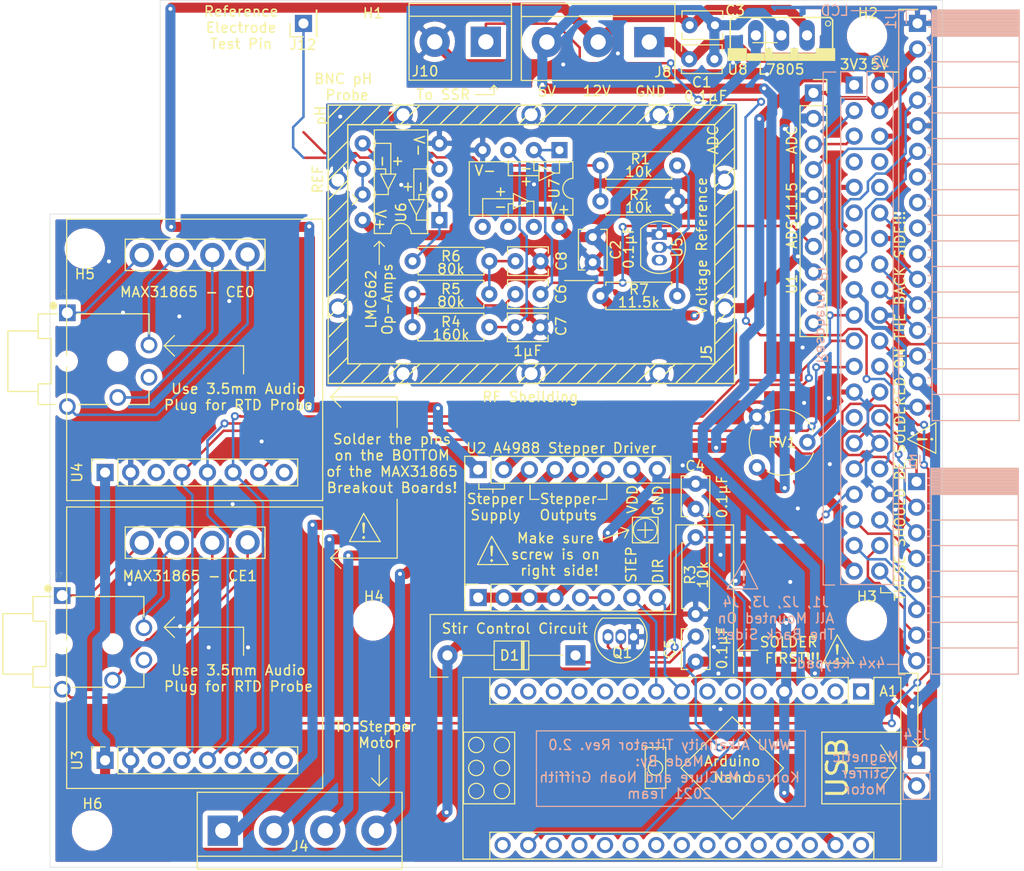
<source format=kicad_pcb>
(kicad_pcb (version 20171130) (host pcbnew "(5.1.9)-1")
  (title_block (title "WWU Alkalinity Titrator") (date 2021-03-07) (rev 2.0) (company "Open Ocean Project") (comment 1 "Original Designer: Greg Birge") (comment 3 "Noah Griffith") (comment 4 "Konrad McClure"))
  (layers (0 F.Cu signal) (31 B.Cu signal) (34 B.Paste user hide) (35 F.Paste user hide) (36 B.SilkS user) (37 F.SilkS user) (38 B.Mask user hide) (39 F.Mask user hide) (44 Edge.Cuts user hide))
  (net 0 "")
  (net 1 /Arduino_VDD)
  (net 2 /Arduino_GND)
  (net 3 +3V3)
  (net 4 /SDA)
  (net 5 /SCL)
  (net 6 GND)
  (net 7 /MOSI)
  (net 8 /MISO)
  (net 9 /SCLK)
  (net 10 /CE1)
  (net 11 /CE0)
  (net 12 /DIR)
  (net 13 /STEP)
  (net 14 "Net-(J4-Pad2)")
  (net 15 "Net-(J4-Pad3)")
  (net 16 "Net-(J4-Pad1)")
  (net 17 "Net-(J4-Pad4)")
  (net 18 "Net-(J6-Pad1)")
  (net 19 "Net-(R1-Pad1)")
  (net 20 "Net-(U2-Pad5)")
  (net 21 "Net-(J12-Pad1)")
  (net 22 /PSU_12V)
  (net 23 "Net-(R1-Pad2)")
  (net 24 "Net-(C5-Pad2)")
  (net 25 /PWM)
  (net 26 /PSU_5V)
  (net 27 "Net-(C6-Pad2)")
  (net 28 "Net-(C7-Pad1)")
  (net 29 +5V)
  (net 30 /PSU_GND)
  (net 31 /PSU_AGND)
  (net 32 /PSU_A5V)
  (net 33 /LCD_D7)
  (net 34 /LCD_RS)
  (net 35 /LCD_E)
  (net 36 /LCD_D6)
  (net 37 /LCD_D5)
  (net 38 /LCD_D4)
  (net 39 /KeyCol_1)
  (net 40 /KeyRow_1)
  (net 41 /KeyRow_2)
  (net 42 /KeyRow_3)
  (net 43 /KeyCol_2)
  (net 44 /KeyRow_4)
  (net 45 /KeyCol_3)
  (net 46 /KeyCol_4)
  (net 47 /LCD_OV)
  (net 48 "Net-(C8-Pad1)")
  (net 49 "Net-(R6-Pad2)")
  (net 50 "Net-(C6-Pad1)")
  (net 51 "Net-(J7-Pad4)")
  (net 52 "Net-(J7-Pad3)")
  (net 53 "Net-(J7-Pad2)")
  (net 54 "Net-(J7-Pad1)")
  (net 55 "Net-(J9-Pad1)")
  (net 56 "Net-(J9-Pad2)")
  (net 57 "Net-(J9-Pad3)")
  (net 58 "Net-(J9-Pad4)")
  (net 59 "Net-(A1-Pad1)")
  (net 60 "Net-(A1-Pad2)")
  (net 61 "Net-(A1-Pad18)")
  (net 62 "Net-(A1-Pad3)")
  (net 63 "Net-(A1-Pad19)")
  (net 64 "Net-(A1-Pad20)")
  (net 65 "Net-(A1-Pad5)")
  (net 66 "Net-(A1-Pad21)")
  (net 67 "Net-(A1-Pad6)")
  (net 68 "Net-(A1-Pad22)")
  (net 69 "Net-(A1-Pad7)")
  (net 70 "Net-(A1-Pad23)")
  (net 71 "Net-(A1-Pad24)")
  (net 72 "Net-(A1-Pad25)")
  (net 73 "Net-(A1-Pad10)")
  (net 74 "Net-(A1-Pad26)")
  (net 75 "Net-(A1-Pad11)")
  (net 76 "Net-(A1-Pad27)")
  (net 77 "Net-(A1-Pad12)")
  (net 78 "Net-(A1-Pad28)")
  (net 79 "Net-(A1-Pad13)")
  (net 80 "Net-(A1-Pad14)")
  (net 81 "Net-(A1-Pad30)")
  (net 82 "Net-(A1-Pad15)")
  (net 83 "Net-(A1-Pad16)")
  (net 84 "Net-(J1-Pad7)")
  (net 85 "Net-(J1-Pad8)")
  (net 86 "Net-(J1-Pad9)")
  (net 87 "Net-(J1-Pad10)")
  (net 88 "Net-(J2-Pad7)")
  (net 89 "Net-(J2-Pad8)")
  (net 90 "Net-(J2-Pad10)")
  (net 91 "Net-(J2-Pad11)")
  (net 92 "Net-(J2-Pad27)")
  (net 93 "Net-(J10-Pad1)")
  (net 94 "Net-(J7-Pad5)")
  (net 95 "Net-(J9-Pad5)")
  (net 96 "Net-(U1-Pad10)")
  (net 97 "Net-(U1-Pad9)")
  (net 98 "Net-(U3-Pad8)")
  (net 99 "Net-(U3-Pad3)")
  (net 100 "Net-(U4-Pad3)")
  (net 101 "Net-(U4-Pad8)")
  (net 102 "Net-(U5-Pad3)")
  (net 103 "Net-(U7-Pad5)")
  (net 104 "Net-(U7-Pad6)")
  (net 105 "Net-(U7-Pad7)")
  (module Titrator_Footprints:MountingHole_3mm (layer F.Cu) (at 132.5 118.2)
    (fp_text reference H4 (at 0.088 -2.376) (layer F.SilkS))
    (fp_text value MountingHole)
    (pad 1 np_thru_hole circle (at 0 0) (size 3 3) (drill 3) (layers *.Cu *.Mask))
  )
  (module Titrator_Footprints:MountingHole_3mm (layer F.Cu) (at 181.52 60.14)
    (fp_text reference H2 (at 0.09 -2.228) (layer F.SilkS))
    (fp_text value MountingHole)
    (pad 1 np_thru_hole circle (at 0 0) (size 3 3) (drill 3) (layers *.Cu *.Mask))
  )
  (module Titrator_Footprints:44-CBSA-1.0X1.5X0.4 (layer F.Cu) (at 148.209 81.661 180)
    (fp_text reference J5 (at -17.399 -10.033 90) (layer F.SilkS))
    (fp_text value RF_Shield_Two_Pieces)
    (pad 1 thru_hole circle (at 19.18208 -5.52704 180) (size 1.905 1.905) (drill 1.27) (layers *.Cu *.Mask) (net 31 /PSU_AGND))
    (pad 1 thru_hole circle (at 19.18208 7.17296 180) (size 1.905 1.905) (drill 1.27) (layers *.Cu *.Mask) (net 31 /PSU_AGND))
    (pad 1 thru_hole circle (at 0.02032 13.67536 180) (size 1.905 1.905) (drill 1.27) (layers *.Cu *.Mask) (net 31 /PSU_AGND))
    (pad 1 thru_hole circle (at 12.72032 13.67536 180) (size 1.905 1.905) (drill 1.27) (layers *.Cu *.Mask) (net 31 /PSU_AGND))
    (pad 1 thru_hole circle (at -12.67968 13.67536 180) (size 1.905 1.905) (drill 1.27) (layers *.Cu *.Mask) (net 31 /PSU_AGND))
    (pad 1 thru_hole circle (at -19.18208 7.17296 180) (size 1.905 1.905) (drill 1.27) (layers *.Cu *.Mask) (net 31 /PSU_AGND))
    (pad 1 thru_hole circle (at -19.18208 -5.52704 180) (size 1.905 1.905) (drill 1.27) (layers *.Cu *.Mask) (net 31 /PSU_AGND))
    (pad 1 thru_hole circle (at 12.72032 -12.02944 180) (size 1.905 1.905) (drill 1.27) (layers *.Cu *.Mask) (net 31 /PSU_AGND))
    (pad 1 thru_hole circle (at 0.02032 -12.02944 180) (size 1.905 1.905) (drill 1.27) (layers *.Cu *.Mask) (net 31 /PSU_AGND))
    (pad 1 thru_hole circle (at -12.67968 -12.02944 180) (size 1.905 1.905) (drill 1.27) (layers *.Cu *.Mask) (net 31 /PSU_AGND))
  )
  (module TerminalBlock:TerminalBlock_bornier-3_P5.08mm (layer F.Cu) (at 159.917 60.775 180)
    (fp_text reference J8 (at -1.345 -2.978) (layer F.SilkS))
    (fp_text value Screw_Terminal_01x03)
    (pad 1 thru_hole rect (at 0 0 180) (size 3 3) (drill 1.52) (layers *.Cu *.Mask) (net 26 /PSU_5V))
    (pad 2 thru_hole circle (at 5.08 0 180) (size 3 3) (drill 1.52) (layers *.Cu *.Mask) (net 22 /PSU_12V))
    (pad 3 thru_hole circle (at 10.16 0 180) (size 3 3) (drill 1.52) (layers *.Cu *.Mask) (net 30 /PSU_GND))
  )
  (module Titrator_Footprints:CUI_SJ-43515TS (layer F.Cu) (at 104.267 120.523)
    (fp_text reference J7 (at -2.979863 -6.813626) (layer F.SilkS) (effects (font (size 0.480623 0.480623) (thickness 0.015))))
    (fp_text value SJ-43515TS)
    (pad 1 thru_hole rect (at -2.6 -4.8) (size 1.65 1.65) (drill 1.1) (layers *.Cu *.Mask) (net 54 "Net-(J7-Pad1)"))
    (pad 2 thru_hole circle (at 2.4 3.6) (size 1.65 1.65) (drill 1.1) (layers *.Cu *.Mask) (net 53 "Net-(J7-Pad2)"))
    (pad 3 thru_hole circle (at 5.5 -1.6) (size 1.65 1.65) (drill 1.1) (layers *.Cu *.Mask) (net 52 "Net-(J7-Pad3)"))
    (pad 4 thru_hole circle (at -2.6 4.5) (size 1.65 1.65) (drill 1.1) (layers *.Cu *.Mask) (net 51 "Net-(J7-Pad4)"))
    (pad None np_thru_hole circle (at -2.6 0) (size 1.1 1.1) (drill 1.1) (layers *.Cu *.Mask))
    (pad None np_thru_hole circle (at 2.4 0) (size 1.1 1.1) (drill 1.1) (layers *.Cu *.Mask))
    (pad 5 thru_hole circle (at 5.5 1.6) (size 1.65 1.65) (drill 1.1) (layers *.Cu *.Mask) (net 94 "Net-(J7-Pad5)"))
  )
  (module Titrator_Footprints:CUI_SJ-43515TS (layer F.Cu) (at 104.775 92.456)
    (fp_text reference J9 (at -2.979863 -6.813626) (layer F.SilkS) (effects (font (size 0.480623 0.480623) (thickness 0.015))))
    (fp_text value SJ-43515TS)
    (pad 1 thru_hole rect (at -2.6 -4.8) (size 1.65 1.65) (drill 1.1) (layers *.Cu *.Mask) (net 55 "Net-(J9-Pad1)"))
    (pad 2 thru_hole circle (at 2.4 3.6) (size 1.65 1.65) (drill 1.1) (layers *.Cu *.Mask) (net 56 "Net-(J9-Pad2)"))
    (pad 3 thru_hole circle (at 5.5 -1.6) (size 1.65 1.65) (drill 1.1) (layers *.Cu *.Mask) (net 57 "Net-(J9-Pad3)"))
    (pad 4 thru_hole circle (at -2.6 4.5) (size 1.65 1.65) (drill 1.1) (layers *.Cu *.Mask) (net 58 "Net-(J9-Pad4)"))
    (pad None np_thru_hole circle (at -2.6 0) (size 1.1 1.1) (drill 1.1) (layers *.Cu *.Mask))
    (pad None np_thru_hole circle (at 2.4 0) (size 1.1 1.1) (drill 1.1) (layers *.Cu *.Mask))
    (pad 5 thru_hole circle (at 5.5 1.6) (size 1.65 1.65) (drill 1.1) (layers *.Cu *.Mask) (net 95 "Net-(J9-Pad5)"))
  )
  (module Titrator_Footprints:MAX31865 (layer F.Cu) (at 114.808 103.505 90)
    (fp_text reference U4 (at 0 -11.66 90) (layer F.SilkS))
    (fp_text value MAX31865_BO)
    (pad 1 thru_hole rect (at 0 -8.89 90) (size 1.7 1.7) (drill 1) (layers *.Cu *.Mask) (net 3 +3V3))
    (pad 2 thru_hole oval (at 0 -6.35 90) (size 1.7 1.7) (drill 1) (layers *.Cu *.Mask) (net 6 GND))
    (pad 3 thru_hole oval (at 0 -3.81 90) (size 1.7 1.7) (drill 1) (layers *.Cu *.Mask) (net 100 "Net-(U4-Pad3)"))
    (pad 4 thru_hole oval (at 0 -1.27 90) (size 1.7 1.7) (drill 1) (layers *.Cu *.Mask) (net 9 /SCLK))
    (pad 5 thru_hole oval (at 0 1.27 90) (size 1.7 1.7) (drill 1) (layers *.Cu *.Mask) (net 7 /MOSI))
    (pad 6 thru_hole oval (at 0 3.81 90) (size 1.7 1.7) (drill 1) (layers *.Cu *.Mask) (net 8 /MISO))
    (pad 7 thru_hole oval (at 0 6.35 90) (size 1.7 1.7) (drill 1) (layers *.Cu *.Mask) (net 10 /CE1))
    (pad 8 thru_hole oval (at 0 8.89 90) (size 1.7 1.7) (drill 1) (layers *.Cu *.Mask) (net 101 "Net-(U4-Pad8)"))
    (pad 9 thru_hole circle (at 21.59 -5.25 90) (size 2.4 2.4) (drill 1.4224) (layers *.Cu *.Mask) (net 55 "Net-(J9-Pad1)"))
    (pad 10 thru_hole circle (at 21.59 -1.75 90) (size 2.4 2.4) (drill 1.4224) (layers *.Cu *.Mask) (net 57 "Net-(J9-Pad3)"))
    (pad 11 thru_hole circle (at 21.59 1.75 90) (size 2.4 2.4) (drill 1.4224) (layers *.Cu *.Mask) (net 56 "Net-(J9-Pad2)"))
    (pad 12 thru_hole circle (at 21.64 5.25 90) (size 2.4 2.4) (drill 1.4224) (layers *.Cu *.Mask) (net 58 "Net-(J9-Pad4)"))
  )
  (module Titrator_Footprints:MAX31865 (layer F.Cu) (at 114.808 132.08 90)
    (fp_text reference U3 (at 0 -11.66 90) (layer F.SilkS))
    (fp_text value MAX31865_BO)
    (pad 12 thru_hole circle (at 21.64 5.25 90) (size 2.4 2.4) (drill 1.4224) (layers *.Cu *.Mask) (net 51 "Net-(J7-Pad4)"))
    (pad 11 thru_hole circle (at 21.59 1.75 90) (size 2.4 2.4) (drill 1.4224) (layers *.Cu *.Mask) (net 53 "Net-(J7-Pad2)"))
    (pad 10 thru_hole circle (at 21.59 -1.75 90) (size 2.4 2.4) (drill 1.4224) (layers *.Cu *.Mask) (net 52 "Net-(J7-Pad3)"))
    (pad 9 thru_hole circle (at 21.59 -5.25 90) (size 2.4 2.4) (drill 1.4224) (layers *.Cu *.Mask) (net 54 "Net-(J7-Pad1)"))
    (pad 8 thru_hole oval (at 0 8.89 90) (size 1.7 1.7) (drill 1) (layers *.Cu *.Mask) (net 98 "Net-(U3-Pad8)"))
    (pad 7 thru_hole oval (at 0 6.35 90) (size 1.7 1.7) (drill 1) (layers *.Cu *.Mask) (net 11 /CE0))
    (pad 6 thru_hole oval (at 0 3.81 90) (size 1.7 1.7) (drill 1) (layers *.Cu *.Mask) (net 8 /MISO))
    (pad 5 thru_hole oval (at 0 1.27 90) (size 1.7 1.7) (drill 1) (layers *.Cu *.Mask) (net 7 /MOSI))
    (pad 4 thru_hole oval (at 0 -1.27 90) (size 1.7 1.7) (drill 1) (layers *.Cu *.Mask) (net 9 /SCLK))
    (pad 3 thru_hole oval (at 0 -3.81 90) (size 1.7 1.7) (drill 1) (layers *.Cu *.Mask) (net 99 "Net-(U3-Pad3)"))
    (pad 2 thru_hole oval (at 0 -6.35 90) (size 1.7 1.7) (drill 1) (layers *.Cu *.Mask) (net 6 GND))
    (pad 1 thru_hole rect (at 0 -8.89 90) (size 1.7 1.7) (drill 1) (layers *.Cu *.Mask) (net 3 +3V3))
  )
  (module Titrator_Footprints:44-CBSA-1.0X1.5X0.4 (layer F.Cu) (at 148.209 81.661 180)
    (fp_text reference J5 (at -17.399 -10.033 90) (layer F.SilkS))
    (fp_text value RF_Shield_Two_Pieces)
    (pad 1 thru_hole circle (at 19.18208 -5.52704 180) (size 1.905 1.905) (drill 1.27) (layers *.Cu *.Mask) (net 31 /PSU_AGND))
    (pad 1 thru_hole circle (at 19.18208 7.17296 180) (size 1.905 1.905) (drill 1.27) (layers *.Cu *.Mask) (net 31 /PSU_AGND))
    (pad 1 thru_hole circle (at 0.02032 13.67536 180) (size 1.905 1.905) (drill 1.27) (layers *.Cu *.Mask) (net 31 /PSU_AGND))
    (pad 1 thru_hole circle (at 12.72032 13.67536 180) (size 1.905 1.905) (drill 1.27) (layers *.Cu *.Mask) (net 31 /PSU_AGND))
    (pad 1 thru_hole circle (at -12.67968 13.67536 180) (size 1.905 1.905) (drill 1.27) (layers *.Cu *.Mask) (net 31 /PSU_AGND))
    (pad 1 thru_hole circle (at -19.18208 7.17296 180) (size 1.905 1.905) (drill 1.27) (layers *.Cu *.Mask) (net 31 /PSU_AGND))
    (pad 1 thru_hole circle (at -19.18208 -5.52704 180) (size 1.905 1.905) (drill 1.27) (layers *.Cu *.Mask) (net 31 /PSU_AGND))
    (pad 1 thru_hole circle (at 12.72032 -12.02944 180) (size 1.905 1.905) (drill 1.27) (layers *.Cu *.Mask) (net 31 /PSU_AGND))
    (pad 1 thru_hole circle (at 0.02032 -12.02944 180) (size 1.905 1.905) (drill 1.27) (layers *.Cu *.Mask) (net 31 /PSU_AGND))
    (pad 1 thru_hole circle (at -12.67968 -12.02944 180) (size 1.905 1.905) (drill 1.27) (layers *.Cu *.Mask) (net 31 /PSU_AGND))
  )
  (module Resistor_THT:R_Axial_DIN0207_L6.3mm_D2.5mm_P7.62mm_Horizontal (layer F.Cu) (at 144.05 82.525 180)
    (fp_text reference R6 (at 3.818 0.489) (layer F.SilkS))
    (fp_text value 80k)
    (pad 1 thru_hole circle (at 0 0 180) (size 1.6 1.6) (drill 0.8) (layers *.Cu *.Mask) (net 48 "Net-(C8-Pad1)"))
    (pad 2 thru_hole oval (at 7.62 0 180) (size 1.6 1.6) (drill 0.8) (layers *.Cu *.Mask) (net 49 "Net-(R6-Pad2)"))
  )
  (module Resistor_THT:R_Axial_DIN0207_L6.3mm_D2.5mm_P7.62mm_Horizontal (layer F.Cu) (at 164.51 109.94 270)
    (fp_text reference R3 (at 3.725 0.553 90) (layer F.SilkS))
    (fp_text value 10k)
    (pad 1 thru_hole circle (at 0 0 270) (size 1.6 1.6) (drill 0.8) (layers *.Cu *.Mask) (net 25 /PWM))
    (pad 2 thru_hole oval (at 7.62 0 270) (size 1.6 1.6) (drill 0.8) (layers *.Cu *.Mask) (net 6 GND))
  )
  (module Package_TO_SOT_THT:TO-92_Inline (layer F.Cu) (at 158.3563 119.81434 180)
    (fp_text reference Q1 (at 1.1303 -1.59766) (layer F.SilkS))
    (fp_text value PN2222A)
    (pad 2 thru_hole oval (at 1.27 0 180) (size 1.05 1.5) (drill 0.75) (layers *.Cu *.Mask) (net 25 /PWM))
    (pad 3 thru_hole oval (at 2.54 0 180) (size 1.05 1.5) (drill 0.75) (layers *.Cu *.Mask) (net 24 "Net-(C5-Pad2)"))
    (pad 1 thru_hole rect (at 0 0 180) (size 1.05 1.5) (drill 0.75) (layers *.Cu *.Mask) (net 6 GND))
  )
  (module Titrator_Footprints:ADS1115_BO_Footprint (layer F.Cu) (at 176.2 65.825)
    (fp_text reference U1 (at -2.13614 18.9738 90) (layer F.SilkS))
    (fp_text value ADS1115_BO)
    (fp_text user "ADS1115 - ADC" (at -2.13614 9.353 90) (layer F.SilkS))
    (pad 10 thru_hole oval (at 0 22.86) (size 1.7 1.7) (drill 1) (layers *.Cu *.Mask) (net 96 "Net-(U1-Pad10)"))
    (pad 9 thru_hole oval (at 0 20.32) (size 1.7 1.7) (drill 1) (layers *.Cu *.Mask) (net 97 "Net-(U1-Pad9)"))
    (pad 8 thru_hole oval (at 0 17.78) (size 1.7 1.7) (drill 1) (layers *.Cu *.Mask) (net 31 /PSU_AGND))
    (pad 7 thru_hole oval (at 0 15.24) (size 1.7 1.7) (drill 1) (layers *.Cu *.Mask) (net 50 "Net-(C6-Pad1)"))
    (pad 6 thru_hole oval (at 0 12.7) (size 1.7 1.7) (drill 1) (layers *.Cu *.Mask) (net 31 /PSU_AGND))
    (pad 5 thru_hole oval (at 0 10.16) (size 1.7 1.7) (drill 1) (layers *.Cu *.Mask) (net 6 GND))
    (pad 4 thru_hole oval (at 0 7.62) (size 1.7 1.7) (drill 1) (layers *.Cu *.Mask) (net 4 /SDA))
    (pad 3 thru_hole oval (at 0 5.08) (size 1.7 1.7) (drill 1) (layers *.Cu *.Mask) (net 5 /SCL))
    (pad 2 thru_hole oval (at 0 2.54) (size 1.7 1.7) (drill 1) (layers *.Cu *.Mask) (net 6 GND))
    (pad 1 thru_hole rect (at 0 0) (size 1.7 1.7) (drill 1) (layers *.Cu *.Mask) (net 29 +5V))
  )
  (module Connector_PinSocket_2.54mm:PinSocket_2x20_P2.54mm_Vertical (layer B.Cu) (at 180.24 65.038 180)
    (fp_text reference J2 (at -2.64 2.3) (layer B.SilkS) (effects (justify mirror)))
    (fp_text value Raspberry_Pi_2_3)
    (pad 1 thru_hole rect (at 0 0 180) (size 1.7 1.7) (drill 1) (layers *.Cu *.Mask) (net 3 +3V3))
    (pad 2 thru_hole oval (at -2.54 0 180) (size 1.7 1.7) (drill 1) (layers *.Cu *.Mask) (net 26 /PSU_5V))
    (pad 3 thru_hole oval (at 0 -2.54 180) (size 1.7 1.7) (drill 1) (layers *.Cu *.Mask) (net 4 /SDA))
    (pad 4 thru_hole oval (at -2.54 -2.54 180) (size 1.7 1.7) (drill 1) (layers *.Cu *.Mask) (net 29 +5V))
    (pad 5 thru_hole oval (at 0 -5.08 180) (size 1.7 1.7) (drill 1) (layers *.Cu *.Mask) (net 5 /SCL))
    (pad 6 thru_hole oval (at -2.54 -5.08 180) (size 1.7 1.7) (drill 1) (layers *.Cu *.Mask) (net 6 GND))
    (pad 7 thru_hole oval (at 0 -7.62 180) (size 1.7 1.7) (drill 1) (layers *.Cu *.Mask) (net 88 "Net-(J2-Pad7)"))
    (pad 8 thru_hole oval (at -2.54 -7.62 180) (size 1.7 1.7) (drill 1) (layers *.Cu *.Mask) (net 89 "Net-(J2-Pad8)"))
    (pad 9 thru_hole oval (at 0 -10.16 180) (size 1.7 1.7) (drill 1) (layers *.Cu *.Mask) (net 6 GND))
    (pad 10 thru_hole oval (at -2.54 -10.16 180) (size 1.7 1.7) (drill 1) (layers *.Cu *.Mask) (net 90 "Net-(J2-Pad10)"))
    (pad 11 thru_hole oval (at 0 -12.7 180) (size 1.7 1.7) (drill 1) (layers *.Cu *.Mask) (net 91 "Net-(J2-Pad11)"))
    (pad 12 thru_hole oval (at -2.54 -12.7 180) (size 1.7 1.7) (drill 1) (layers *.Cu *.Mask) (net 38 /LCD_D4))
    (pad 13 thru_hole oval (at 0 -15.24 180) (size 1.7 1.7) (drill 1) (layers *.Cu *.Mask) (net 34 /LCD_RS))
    (pad 14 thru_hole oval (at -2.54 -15.24 180) (size 1.7 1.7) (drill 1) (layers *.Cu *.Mask) (net 6 GND))
    (pad 15 thru_hole oval (at 0 -17.78 180) (size 1.7 1.7) (drill 1) (layers *.Cu *.Mask) (net 35 /LCD_E))
    (pad 16 thru_hole oval (at -2.54 -17.78 180) (size 1.7 1.7) (drill 1) (layers *.Cu *.Mask) (net 37 /LCD_D5))
    (pad 17 thru_hole oval (at 0 -20.32 180) (size 1.7 1.7) (drill 1) (layers *.Cu *.Mask) (net 3 +3V3))
    (pad 18 thru_hole oval (at -2.54 -20.32 180) (size 1.7 1.7) (drill 1) (layers *.Cu *.Mask) (net 36 /LCD_D6))
    (pad 19 thru_hole oval (at 0 -22.86 180) (size 1.7 1.7) (drill 1) (layers *.Cu *.Mask) (net 7 /MOSI))
    (pad 20 thru_hole oval (at -2.54 -22.86 180) (size 1.7 1.7) (drill 1) (layers *.Cu *.Mask) (net 6 GND))
    (pad 21 thru_hole oval (at 0 -25.4 180) (size 1.7 1.7) (drill 1) (layers *.Cu *.Mask) (net 8 /MISO))
    (pad 22 thru_hole oval (at -2.54 -25.4 180) (size 1.7 1.7) (drill 1) (layers *.Cu *.Mask) (net 33 /LCD_D7))
    (pad 23 thru_hole oval (at 0 -27.94 180) (size 1.7 1.7) (drill 1) (layers *.Cu *.Mask) (net 9 /SCLK))
    (pad 24 thru_hole oval (at -2.54 -27.94 180) (size 1.7 1.7) (drill 1) (layers *.Cu *.Mask) (net 11 /CE0))
    (pad 25 thru_hole oval (at 0 -30.48 180) (size 1.7 1.7) (drill 1) (layers *.Cu *.Mask) (net 6 GND))
    (pad 26 thru_hole oval (at -2.54 -30.48 180) (size 1.7 1.7) (drill 1) (layers *.Cu *.Mask) (net 10 /CE1))
    (pad 27 thru_hole oval (at 0 -33.02 180) (size 1.7 1.7) (drill 1) (layers *.Cu *.Mask) (net 92 "Net-(J2-Pad27)"))
    (pad 28 thru_hole oval (at -2.54 -33.02 180) (size 1.7 1.7) (drill 1) (layers *.Cu *.Mask) (net 40 /KeyRow_1))
    (pad 29 thru_hole oval (at 0 -35.56 180) (size 1.7 1.7) (drill 1) (layers *.Cu *.Mask) (net 42 /KeyRow_3))
    (pad 30 thru_hole oval (at -2.54 -35.56 180) (size 1.7 1.7) (drill 1) (layers *.Cu *.Mask) (net 6 GND))
    (pad 31 thru_hole oval (at 0 -38.1 180) (size 1.7 1.7) (drill 1) (layers *.Cu *.Mask) (net 41 /KeyRow_2))
    (pad 32 thru_hole oval (at -2.54 -38.1 180) (size 1.7 1.7) (drill 1) (layers *.Cu *.Mask) (net 93 "Net-(J10-Pad1)"))
    (pad 33 thru_hole oval (at 0 -40.64 180) (size 1.7 1.7) (drill 1) (layers *.Cu *.Mask) (net 25 /PWM))
    (pad 34 thru_hole oval (at -2.54 -40.64 180) (size 1.7 1.7) (drill 1) (layers *.Cu *.Mask) (net 6 GND))
    (pad 35 thru_hole oval (at 0 -43.18 180) (size 1.7 1.7) (drill 1) (layers *.Cu *.Mask) (net 44 /KeyRow_4))
    (pad 36 thru_hole oval (at -2.54 -43.18 180) (size 1.7 1.7) (drill 1) (layers *.Cu *.Mask) (net 39 /KeyCol_1))
    (pad 37 thru_hole oval (at 0 -45.72 180) (size 1.7 1.7) (drill 1) (layers *.Cu *.Mask) (net 43 /KeyCol_2))
    (pad 38 thru_hole oval (at -2.54 -45.72 180) (size 1.7 1.7) (drill 1) (layers *.Cu *.Mask) (net 45 /KeyCol_3))
    (pad 39 thru_hole oval (at 0 -48.26 180) (size 1.7 1.7) (drill 1) (layers *.Cu *.Mask) (net 30 /PSU_GND))
    (pad 40 thru_hole oval (at -2.54 -48.26 180) (size 1.7 1.7) (drill 1) (layers *.Cu *.Mask) (net 46 /KeyCol_4))
  )
  (module Titrator_Footprints:A4988_BO_Footprint (layer F.Cu) (at 142.93342 115.92814 90)
    (fp_text reference U2 (at 14.83614 -0.18542 180) (layer F.SilkS))
    (fp_text value A4988_BO)
    (pad 8 thru_hole oval (at 0 17.78 90) (size 1.7 1.7) (drill 1) (layers *.Cu *.Mask) (net 12 /DIR))
    (pad 7 thru_hole oval (at 0 15.24 90) (size 1.7 1.7) (drill 1) (layers *.Cu *.Mask) (net 13 /STEP))
    (pad 6 thru_hole oval (at 0 12.7 90) (size 1.7 1.7) (drill 1) (layers *.Cu *.Mask) (net 20 "Net-(U2-Pad5)"))
    (pad 5 thru_hole oval (at 0 10.16 90) (size 1.7 1.7) (drill 1) (layers *.Cu *.Mask) (net 20 "Net-(U2-Pad5)"))
    (pad 4 thru_hole oval (at 0 7.62 90) (size 1.7 1.7) (drill 1) (layers *.Cu *.Mask) (net 2 /Arduino_GND))
    (pad 3 thru_hole oval (at 0 5.08 90) (size 1.7 1.7) (drill 1) (layers *.Cu *.Mask) (net 2 /Arduino_GND))
    (pad 2 thru_hole oval (at 0 2.54 90) (size 1.7 1.7) (drill 1) (layers *.Cu *.Mask) (net 2 /Arduino_GND))
    (pad 1 thru_hole rect (at 0 0 90) (size 1.7 1.7) (drill 1) (layers *.Cu *.Mask) (net 2 /Arduino_GND))
    (pad 9 thru_hole rect (at 12.7 0 90) (size 1.7 1.7) (drill 1) (layers *.Cu *.Mask) (net 22 /PSU_12V))
    (pad 12 thru_hole oval (at 12.7 7.62 90) (size 1.7 1.7) (drill 1) (layers *.Cu *.Mask) (net 14 "Net-(J4-Pad2)"))
    (pad 16 thru_hole oval (at 12.7 17.78 90) (size 1.7 1.7) (drill 1) (layers *.Cu *.Mask) (net 2 /Arduino_GND))
    (pad 15 thru_hole oval (at 12.7 15.24 90) (size 1.7 1.7) (drill 1) (layers *.Cu *.Mask) (net 1 /Arduino_VDD))
    (pad 14 thru_hole oval (at 12.7 12.7 90) (size 1.7 1.7) (drill 1) (layers *.Cu *.Mask) (net 17 "Net-(J4-Pad4)"))
    (pad 13 thru_hole oval (at 12.7 10.16 90) (size 1.7 1.7) (drill 1) (layers *.Cu *.Mask) (net 15 "Net-(J4-Pad3)"))
    (pad 10 thru_hole oval (at 12.7 2.54 90) (size 1.7 1.7) (drill 1) (layers *.Cu *.Mask) (net 30 /PSU_GND))
    (pad 11 thru_hole oval (at 12.7 5.08 90) (size 1.7 1.7) (drill 1) (layers *.Cu *.Mask) (net 16 "Net-(J4-Pad1)"))
  )
  (module TerminalBlock:TerminalBlock_bornier-4_P5.08mm (layer F.Cu) (at 117.602 139.065)
    (fp_text reference J4 (at 7.6454 1.5494) (layer F.SilkS))
    (fp_text value Screw_Terminal_01x04_titrator)
    (pad 2 thru_hole circle (at 5.08 0) (size 3 3) (drill 1.52) (layers *.Cu *.Mask) (net 14 "Net-(J4-Pad2)"))
    (pad 3 thru_hole circle (at 10.16 0) (size 3 3) (drill 1.52) (layers *.Cu *.Mask) (net 15 "Net-(J4-Pad3)"))
    (pad 1 thru_hole rect (at 0 0) (size 3 3) (drill 1.52) (layers *.Cu *.Mask) (net 16 "Net-(J4-Pad1)"))
    (pad 4 thru_hole circle (at 15.24 0) (size 3 3) (drill 1.52) (layers *.Cu *.Mask) (net 17 "Net-(J4-Pad4)"))
  )
  (module Diode_THT:D_T-1_P12.70mm_Horizontal (layer F.Cu) (at 152.59 121.66 180)
    (fp_text reference D1 (at 6.54 -0.006) (layer F.SilkS))
    (fp_text value DIODE)
    (pad 2 thru_hole oval (at 12.7 0 180) (size 2 2) (drill 1) (layers *.Cu *.Mask) (net 3 +3V3))
    (pad 1 thru_hole rect (at 0 0 180) (size 2 2) (drill 1) (layers *.Cu *.Mask) (net 24 "Net-(C5-Pad2)"))
  )
  (module Resistor_THT:R_Axial_DIN0207_L6.3mm_D2.5mm_P7.62mm_Horizontal (layer F.Cu) (at 155.067 76.581)
    (fp_text reference R2 (at 3.81 -0.641) (layer F.SilkS))
    (fp_text value 10k)
    (pad 2 thru_hole oval (at 7.62 0) (size 1.6 1.6) (drill 0.8) (layers *.Cu *.Mask) (net 31 /PSU_AGND))
    (pad 1 thru_hole circle (at 0 0) (size 1.6 1.6) (drill 0.8) (layers *.Cu *.Mask) (net 23 "Net-(R1-Pad2)"))
  )
  (module Capacitor_THT:C_Disc_D3.8mm_W2.6mm_P2.50mm (layer F.Cu) (at 154.305 80.137 270)
    (fp_text reference C2 (at 1.27 -2.286 90) (layer F.SilkS))
    (fp_text value 0.1uF)
    (pad 2 thru_hole circle (at 2.5 0 270) (size 1.6 1.6) (drill 0.8) (layers *.Cu *.Mask) (net 31 /PSU_AGND))
    (pad 1 thru_hole circle (at 0 0 270) (size 1.6 1.6) (drill 0.8) (layers *.Cu *.Mask) (net 32 /PSU_A5V))
  )
  (module Connector_PinHeader_2.54mm:PinHeader_1x01_P2.54mm_Vertical (layer F.Cu) (at 125.603 58.928 90)
    (fp_text reference J12 (at -2.114 -0.062 180) (layer F.SilkS))
    (fp_text value V_OFFSET)
    (pad 1 thru_hole rect (at 0 0 90) (size 1.7 1.7) (drill 1) (layers *.Cu *.Mask) (net 21 "Net-(J12-Pad1)"))
  )
  (module Resistor_THT:R_Axial_DIN0207_L6.3mm_D2.5mm_P7.62mm_Horizontal (layer F.Cu) (at 162.687 73.025 180)
    (fp_text reference R1 (at 3.659 0.641) (layer F.SilkS))
    (fp_text value 10k)
    (pad 1 thru_hole circle (at 0 0 180) (size 1.6 1.6) (drill 0.8) (layers *.Cu *.Mask) (net 19 "Net-(R1-Pad1)"))
    (pad 2 thru_hole oval (at 7.62 0 180) (size 1.6 1.6) (drill 0.8) (layers *.Cu *.Mask) (net 23 "Net-(R1-Pad2)"))
  )
  (module Package_DIP:DIP-8_W7.62mm (layer F.Cu) (at 139.092 78.452 180)
    (fp_text reference U6 (at 3.81 0.762 270) (layer F.SilkS))
    (fp_text value LMC662)
    (pad 8 thru_hole oval (at 7.62 0 180) (size 1.6 1.6) (drill 0.8) (layers *.Cu *.Mask) (net 32 /PSU_A5V))
    (pad 4 thru_hole oval (at 0 7.62 180) (size 1.6 1.6) (drill 0.8) (layers *.Cu *.Mask) (net 31 /PSU_AGND))
    (pad 7 thru_hole oval (at 7.62 2.54 180) (size 1.6 1.6) (drill 0.8) (layers *.Cu *.Mask) (net 21 "Net-(J12-Pad1)"))
    (pad 3 thru_hole oval (at 0 5.08 180) (size 1.6 1.6) (drill 0.8) (layers *.Cu *.Mask) (net 18 "Net-(J6-Pad1)"))
    (pad 6 thru_hole oval (at 7.62 5.08 180) (size 1.6 1.6) (drill 0.8) (layers *.Cu *.Mask) (net 21 "Net-(J12-Pad1)"))
    (pad 2 thru_hole oval (at 0 2.54 180) (size 1.6 1.6) (drill 0.8) (layers *.Cu *.Mask) (net 49 "Net-(R6-Pad2)"))
    (pad 5 thru_hole oval (at 7.62 7.62 180) (size 1.6 1.6) (drill 0.8) (layers *.Cu *.Mask) (net 23 "Net-(R1-Pad2)"))
    (pad 1 thru_hole rect (at 0 0 180) (size 1.6 1.6) (drill 0.8) (layers *.Cu *.Mask) (net 49 "Net-(R6-Pad2)"))
  )
  (module Capacitor_THT:C_Disc_D3.8mm_W2.6mm_P2.50mm (layer F.Cu) (at 164.52 122.29 90)
    (fp_text reference C5 (at 1.25 -2.55 90) (layer F.SilkS))
    (fp_text value 0.1uF)
    (pad 1 thru_hole circle (at 0 0 90) (size 1.6 1.6) (drill 0.8) (layers *.Cu *.Mask) (net 3 +3V3))
    (pad 2 thru_hole circle (at 2.5 0 90) (size 1.6 1.6) (drill 0.8) (layers *.Cu *.Mask) (net 24 "Net-(C5-Pad2)"))
  )
  (module Connector_PinSocket_2.54mm:PinSocket_1x02_P2.54mm_Vertical (layer B.Cu) (at 186.436 132.08 180)
    (fp_text reference J14 (at 0 2.54 180) (layer B.SilkS) (effects (justify mirror)))
    (fp_text value Conn_01x02)
    (pad 1 thru_hole rect (at 0 0 180) (size 1.7 1.7) (drill 1) (layers *.Cu *.Mask) (net 3 +3V3))
    (pad 2 thru_hole oval (at 0 -2.54 180) (size 1.7 1.7) (drill 1) (layers *.Cu *.Mask) (net 24 "Net-(C5-Pad2)"))
  )
  (module Capacitor_THT:C_Disc_D3.8mm_W2.6mm_P2.50mm (layer F.Cu) (at 149.121 85.8 180)
    (fp_text reference C6 (at -2.032 0 90) (layer F.SilkS))
    (fp_text value 1uF)
    (pad 1 thru_hole circle (at 0 0 180) (size 1.6 1.6) (drill 0.8) (layers *.Cu *.Mask) (net 50 "Net-(C6-Pad1)"))
    (pad 2 thru_hole circle (at 2.5 0 180) (size 1.6 1.6) (drill 0.8) (layers *.Cu *.Mask) (net 27 "Net-(C6-Pad2)"))
  )
  (module Capacitor_THT:C_Disc_D3.8mm_W2.6mm_P2.50mm (layer F.Cu) (at 146.6 89.1)
    (fp_text reference C7 (at 4.572 -0.10922 270) (layer F.SilkS))
    (fp_text value 1uF)
    (pad 2 thru_hole circle (at 2.5 0) (size 1.6 1.6) (drill 0.8) (layers *.Cu *.Mask) (net 31 /PSU_AGND))
    (pad 1 thru_hole circle (at 0 0) (size 1.6 1.6) (drill 0.8) (layers *.Cu *.Mask) (net 28 "Net-(C7-Pad1)"))
  )
  (module Resistor_THT:R_Axial_DIN0207_L6.3mm_D2.5mm_P7.62mm_Horizontal (layer F.Cu) (at 144.041 89.073 180)
    (fp_text reference R4 (at 3.81 0.508) (layer F.SilkS))
    (fp_text value 160k)
    (pad 2 thru_hole oval (at 7.62 0 180) (size 1.6 1.6) (drill 0.8) (layers *.Cu *.Mask) (net 27 "Net-(C6-Pad2)"))
    (pad 1 thru_hole circle (at 0 0 180) (size 1.6 1.6) (drill 0.8) (layers *.Cu *.Mask) (net 28 "Net-(C7-Pad1)"))
  )
  (module Package_DIP:DIP-8_W7.62mm (layer F.Cu) (at 151.003 71.501 270)
    (fp_text reference U7 (at 3.81 0.508 90) (layer F.SilkS))
    (fp_text value LMC662)
    (pad 1 thru_hole rect (at 0 0 270) (size 1.6 1.6) (drill 0.8) (layers *.Cu *.Mask) (net 50 "Net-(C6-Pad1)"))
    (pad 5 thru_hole oval (at 7.62 7.62 270) (size 1.6 1.6) (drill 0.8) (layers *.Cu *.Mask) (net 103 "Net-(U7-Pad5)"))
    (pad 2 thru_hole oval (at 0 2.54 270) (size 1.6 1.6) (drill 0.8) (layers *.Cu *.Mask) (net 50 "Net-(C6-Pad1)"))
    (pad 6 thru_hole oval (at 7.62 5.08 270) (size 1.6 1.6) (drill 0.8) (layers *.Cu *.Mask) (net 104 "Net-(U7-Pad6)"))
    (pad 3 thru_hole oval (at 0 5.08 270) (size 1.6 1.6) (drill 0.8) (layers *.Cu *.Mask) (net 28 "Net-(C7-Pad1)"))
    (pad 7 thru_hole oval (at 7.62 2.54 270) (size 1.6 1.6) (drill 0.8) (layers *.Cu *.Mask) (net 105 "Net-(U7-Pad7)"))
    (pad 4 thru_hole oval (at 0 7.62 270) (size 1.6 1.6) (drill 0.8) (layers *.Cu *.Mask) (net 31 /PSU_AGND))
    (pad 8 thru_hole oval (at 7.62 0 270) (size 1.6 1.6) (drill 0.8) (layers *.Cu *.Mask) (net 32 /PSU_A5V))
  )
  (module Module:Arduino_Nano (layer F.Cu) (at 180.925 125.25 270)
    (fp_text reference A1 (at -0.028 -2.717 180) (layer F.SilkS))
    (fp_text value Arduino_Nano_v3.x)
    (pad 1 thru_hole rect (at 0 0 270) (size 1.6 1.6) (drill 1) (layers *.Cu *.Mask) (net 59 "Net-(A1-Pad1)"))
    (pad 17 thru_hole oval (at 15.24 33.02 270) (size 1.6 1.6) (drill 1) (layers *.Cu *.Mask) (net 1 /Arduino_VDD))
    (pad 2 thru_hole oval (at 0 2.54 270) (size 1.6 1.6) (drill 1) (layers *.Cu *.Mask) (net 60 "Net-(A1-Pad2)"))
    (pad 18 thru_hole oval (at 15.24 30.48 270) (size 1.6 1.6) (drill 1) (layers *.Cu *.Mask) (net 61 "Net-(A1-Pad18)"))
    (pad 3 thru_hole oval (at 0 5.08 270) (size 1.6 1.6) (drill 1) (layers *.Cu *.Mask) (net 62 "Net-(A1-Pad3)"))
    (pad 19 thru_hole oval (at 15.24 27.94 270) (size 1.6 1.6) (drill 1) (layers *.Cu *.Mask) (net 63 "Net-(A1-Pad19)"))
    (pad 4 thru_hole oval (at 0 7.62 270) (size 1.6 1.6) (drill 1) (layers *.Cu *.Mask) (net 2 /Arduino_GND))
    (pad 20 thru_hole oval (at 15.24 25.4 270) (size 1.6 1.6) (drill 1) (layers *.Cu *.Mask) (net 64 "Net-(A1-Pad20)"))
    (pad 5 thru_hole oval (at 0 10.16 270) (size 1.6 1.6) (drill 1) (layers *.Cu *.Mask) (net 65 "Net-(A1-Pad5)"))
    (pad 21 thru_hole oval (at 15.24 22.86 270) (size 1.6 1.6) (drill 1) (layers *.Cu *.Mask) (net 66 "Net-(A1-Pad21)"))
    (pad 6 thru_hole oval (at 0 12.7 270) (size 1.6 1.6) (drill 1) (layers *.Cu *.Mask) (net 67 "Net-(A1-Pad6)"))
    (pad 22 thru_hole oval (at 15.24 20.32 270) (size 1.6 1.6) (drill 1) (layers *.Cu *.Mask) (net 68 "Net-(A1-Pad22)"))
    (pad 7 thru_hole oval (at 0 15.24 270) (size 1.6 1.6) (drill 1) (layers *.Cu *.Mask) (net 69 "Net-(A1-Pad7)"))
    (pad 23 thru_hole oval (at 15.24 17.78 270) (size 1.6 1.6) (drill 1) (layers *.Cu *.Mask) (net 70 "Net-(A1-Pad23)"))
    (pad 8 thru_hole oval (at 0 17.78 270) (size 1.6 1.6) (drill 1) (layers *.Cu *.Mask) (net 12 /DIR))
    (pad 24 thru_hole oval (at 15.24 15.24 270) (size 1.6 1.6) (drill 1) (layers *.Cu *.Mask) (net 71 "Net-(A1-Pad24)"))
    (pad 9 thru_hole oval (at 0 20.32 270) (size 1.6 1.6) (drill 1) (layers *.Cu *.Mask) (net 13 /STEP))
    (pad 25 thru_hole oval (at 15.24 12.7 270) (size 1.6 1.6) (drill 1) (layers *.Cu *.Mask) (net 72 "Net-(A1-Pad25)"))
    (pad 10 thru_hole oval (at 0 22.86 270) (size 1.6 1.6) (drill 1) (layers *.Cu *.Mask) (net 73 "Net-(A1-Pad10)"))
    (pad 26 thru_hole oval (at 15.24 10.16 270) (size 1.6 1.6) (drill 1) (layers *.Cu *.Mask) (net 74 "Net-(A1-Pad26)"))
    (pad 11 thru_hole oval (at 0 25.4 270) (size 1.6 1.6) (drill 1) (layers *.Cu *.Mask) (net 75 "Net-(A1-Pad11)"))
    (pad 27 thru_hole oval (at 15.24 7.62 270) (size 1.6 1.6) (drill 1) (layers *.Cu *.Mask) (net 76 "Net-(A1-Pad27)"))
    (pad 12 thru_hole oval (at 0 27.94 270) (size 1.6 1.6) (drill 1) (layers *.Cu *.Mask) (net 77 "Net-(A1-Pad12)"))
    (pad 28 thru_hole oval (at 15.24 5.08 270) (size 1.6 1.6) (drill 1) (layers *.Cu *.Mask) (net 78 "Net-(A1-Pad28)"))
    (pad 13 thru_hole oval (at 0 30.48 270) (size 1.6 1.6) (drill 1) (layers *.Cu *.Mask) (net 79 "Net-(A1-Pad13)"))
    (pad 29 thru_hole oval (at 15.24 2.54 270) (size 1.6 1.6) (drill 1) (layers *.Cu *.Mask) (net 2 /Arduino_GND))
    (pad 14 thru_hole oval (at 0 33.02 270) (size 1.6 1.6) (drill 1) (layers *.Cu *.Mask) (net 80 "Net-(A1-Pad14)"))
    (pad 30 thru_hole oval (at 15.24 0 270) (size 1.6 1.6) (drill 1) (layers *.Cu *.Mask) (net 81 "Net-(A1-Pad30)"))
    (pad 15 thru_hole oval (at 0 35.56 270) (size 1.6 1.6) (drill 1) (layers *.Cu *.Mask) (net 82 "Net-(A1-Pad15)"))
    (pad 16 thru_hole oval (at 15.24 35.56 270) (size 1.6 1.6) (drill 1) (layers *.Cu *.Mask) (net 83 "Net-(A1-Pad16)"))
  )
  (module Capacitor_THT:C_Disc_D3.8mm_W2.6mm_P2.50mm (layer F.Cu) (at 163.875 62.475)
    (fp_text reference C1 (at 1.249 2.289) (layer F.SilkS))
    (fp_text value 0.1uF)
    (pad 2 thru_hole circle (at 2.5 0) (size 1.6 1.6) (drill 0.8) (layers *.Cu *.Mask) (net 30 /PSU_GND))
    (pad 1 thru_hole circle (at 0 0) (size 1.6 1.6) (drill 0.8) (layers *.Cu *.Mask) (net 26 /PSU_5V))
  )
  (module Capacitor_THT:C_Disc_D3.8mm_W2.6mm_P2.50mm (layer F.Cu) (at 163.925 59.1)
    (fp_text reference C3 (at 4.501 -1.448 180) (layer F.SilkS))
    (fp_text value 0.1uF)
    (pad 1 thru_hole circle (at 0 0) (size 1.6 1.6) (drill 0.8) (layers *.Cu *.Mask) (net 22 /PSU_12V))
    (pad 2 thru_hole circle (at 2.5 0) (size 1.6 1.6) (drill 0.8) (layers *.Cu *.Mask) (net 30 /PSU_GND))
  )
  (module Capacitor_THT:C_Disc_D3.8mm_W2.6mm_P2.50mm (layer F.Cu) (at 164.5031 107.11942 90)
    (fp_text reference C4 (at 4.24942 -0.0381) (layer F.SilkS))
    (fp_text value .1uF)
    (pad 1 thru_hole circle (at 0 0 90) (size 1.6 1.6) (drill 0.8) (layers *.Cu *.Mask) (net 1 /Arduino_VDD))
    (pad 2 thru_hole circle (at 2.5 0 90) (size 1.6 1.6) (drill 0.8) (layers *.Cu *.Mask) (net 2 /Arduino_GND))
  )
  (module Potentiometer_THT:Potentiometer_Piher_PT-6-V_Vertical (layer F.Cu) (at 170.6 103)
    (fp_text reference RV1 (at 2.5 -2.5) (layer F.SilkS))
    (fp_text value R_POT)
    (pad 3 thru_hole circle (at 0 -5) (size 1.62 1.62) (drill 0.9) (layers *.Cu *.Mask) (net 6 GND))
    (pad 2 thru_hole circle (at 5 -2.5) (size 1.62 1.62) (drill 0.9) (layers *.Cu *.Mask) (net 47 /LCD_OV))
    (pad 1 thru_hole circle (at 0 0) (size 1.62 1.62) (drill 0.9) (layers *.Cu *.Mask) (net 29 +5V))
  )
  (module Titrator_Footprints:78XXS (layer F.Cu) (at 173.025 62.65 180)
    (fp_text reference U8 (at 4.345 -0.844) (layer F.SilkS))
    (fp_text value L7805 (at 0.027 -0.844) (layer F.SilkS) (effects (font (size 1.00017 1.00017))))
    (fp_text user O (at 1.90647 3.81294) (layer Edge.Cuts) (effects (font (thickness 0.05))))
    (fp_text user I (at -3.17902 3.81483) (layer Edge.Cuts) (effects (font (thickness 0.05))))
    (fp_text user - (at -0.635343 3.81206) (layer Edge.Cuts) (effects (font (thickness 0.05))))
    (pad 3 thru_hole oval (at 2.54 2.54 270) (size 3.048 1.524) (drill 1.016) (layers *.Cu *.Mask) (net 32 /PSU_A5V))
    (pad 2 thru_hole oval (at 0 2.54 270) (size 3.048 1.524) (drill 1.016) (layers *.Cu *.Mask) (net 30 /PSU_GND))
    (pad 1 thru_hole oval (at -2.54 2.54 270) (size 3.048 1.524) (drill 1.016) (layers *.Cu *.Mask) (net 22 /PSU_12V))
  )
  (module Capacitor_THT:C_Disc_D3.8mm_W2.6mm_P2.50mm (layer F.Cu) (at 146.625 82.525)
    (fp_text reference C8 (at 4.572 0 90) (layer F.SilkS))
    (fp_text value 1uF)
    (pad 1 thru_hole circle (at 0 0) (size 1.6 1.6) (drill 0.8) (layers *.Cu *.Mask) (net 48 "Net-(C8-Pad1)"))
    (pad 2 thru_hole circle (at 2.5 0) (size 1.6 1.6) (drill 0.8) (layers *.Cu *.Mask) (net 31 /PSU_AGND))
  )
  (module Resistor_THT:R_Axial_DIN0207_L6.3mm_D2.5mm_P7.62mm_Horizontal (layer F.Cu) (at 136.421 85.8)
    (fp_text reference R5 (at 3.81 -0.508) (layer F.SilkS))
    (fp_text value 80k)
    (pad 1 thru_hole circle (at 0 0) (size 1.6 1.6) (drill 0.8) (layers *.Cu *.Mask) (net 27 "Net-(C6-Pad2)"))
    (pad 2 thru_hole oval (at 7.62 0) (size 1.6 1.6) (drill 0.8) (layers *.Cu *.Mask) (net 48 "Net-(C8-Pad1)"))
  )
  (module Resistor_THT:R_Axial_DIN0207_L6.3mm_D2.5mm_P7.62mm_Horizontal (layer F.Cu) (at 155.067 85.979)
    (fp_text reference R7 (at 3.81 -0.641) (layer F.SilkS))
    (fp_text value 11.5k)
    (pad 1 thru_hole circle (at 0 0) (size 1.6 1.6) (drill 0.8) (layers *.Cu *.Mask) (net 32 /PSU_A5V))
    (pad 2 thru_hole oval (at 7.62 0) (size 1.6 1.6) (drill 0.8) (layers *.Cu *.Mask) (net 19 "Net-(R1-Pad1)"))
  )
  (module Package_TO_SOT_THT:TO-92_Inline (layer F.Cu) (at 160.909 79.883 270)
    (fp_text reference U5 (at 1.27 -1.778 90) (layer F.SilkS))
    (fp_text value LT1634)
    (pad 2 thru_hole oval (at 1.27 0 270) (size 1.05 1.5) (drill 0.75) (layers *.Cu *.Mask) (net 19 "Net-(R1-Pad1)"))
    (pad 3 thru_hole oval (at 2.54 0 270) (size 1.05 1.5) (drill 0.75) (layers *.Cu *.Mask) (net 102 "Net-(U5-Pad3)"))
    (pad 1 thru_hole rect (at 0 0 270) (size 1.05 1.5) (drill 0.75) (layers *.Cu *.Mask) (net 31 /PSU_AGND))
  )
  (module Connector_PinSocket_2.54mm:PinSocket_1x16_P2.54mm_Horizontal (layer B.Cu) (at 186.525 58.925 180)
    (fp_text reference J1 (at 2.629 0.251 90) (layer B.SilkS) (effects (justify mirror)))
    (fp_text value Conn_01x16)
    (pad 1 thru_hole rect (at 0 0 180) (size 1.7 1.7) (drill 1) (layers *.Cu *.Mask) (net 6 GND))
    (pad 2 thru_hole oval (at 0 -2.54 180) (size 1.7 1.7) (drill 1) (layers *.Cu *.Mask) (net 29 +5V))
    (pad 3 thru_hole oval (at 0 -5.08 180) (size 1.7 1.7) (drill 1) (layers *.Cu *.Mask) (net 47 /LCD_OV))
    (pad 4 thru_hole oval (at 0 -7.62 180) (size 1.7 1.7) (drill 1) (layers *.Cu *.Mask) (net 34 /LCD_RS))
    (pad 5 thru_hole oval (at 0 -10.16 180) (size 1.7 1.7) (drill 1) (layers *.Cu *.Mask) (net 6 GND))
    (pad 6 thru_hole oval (at 0 -12.7 180) (size 1.7 1.7) (drill 1) (layers *.Cu *.Mask) (net 35 /LCD_E))
    (pad 7 thru_hole oval (at 0 -15.24 180) (size 1.7 1.7) (drill 1) (layers *.Cu *.Mask) (net 84 "Net-(J1-Pad7)"))
    (pad 8 thru_hole oval (at 0 -17.78 180) (size 1.7 1.7) (drill 1) (layers *.Cu *.Mask) (net 85 "Net-(J1-Pad8)"))
    (pad 9 thru_hole oval (at 0 -20.32 180) (size 1.7 1.7) (drill 1) (layers *.Cu *.Mask) (net 86 "Net-(J1-Pad9)"))
    (pad 10 thru_hole oval (at 0 -22.86 180) (size 1.7 1.7) (drill 1) (layers *.Cu *.Mask) (net 87 "Net-(J1-Pad10)"))
    (pad 11 thru_hole oval (at 0 -25.4 180) (size 1.7 1.7) (drill 1) (layers *.Cu *.Mask) (net 38 /LCD_D4))
    (pad 12 thru_hole oval (at 0 -27.94 180) (size 1.7 1.7) (drill 1) (layers *.Cu *.Mask) (net 37 /LCD_D5))
    (pad 13 thru_hole oval (at 0 -30.48 180) (size 1.7 1.7) (drill 1) (layers *.Cu *.Mask) (net 36 /LCD_D6))
    (pad 14 thru_hole oval (at 0 -33.02 180) (size 1.7 1.7) (drill 1) (layers *.Cu *.Mask) (net 33 /LCD_D7))
    (pad 15 thru_hole oval (at 0 -35.56 180) (size 1.7 1.7) (drill 1) (layers *.Cu *.Mask) (net 3 +3V3))
    (pad 16 thru_hole oval (at 0 -38.1 180) (size 1.7 1.7) (drill 1) (layers *.Cu *.Mask) (net 6 GND))
  )
  (module Connector_PinSocket_2.54mm:PinSocket_1x08_P2.54mm_Horizontal (layer B.Cu) (at 186.43092 104.41686 180)
    (fp_text reference J3 (at -0.00508 2.05486) (layer B.SilkS) (effects (justify mirror)))
    (fp_text value Conn_01x08)
    (pad 1 thru_hole rect (at 0 0 180) (size 1.7 1.7) (drill 1) (layers *.Cu *.Mask) (net 40 /KeyRow_1))
    (pad 2 thru_hole oval (at 0 -2.54 180) (size 1.7 1.7) (drill 1) (layers *.Cu *.Mask) (net 41 /KeyRow_2))
    (pad 3 thru_hole oval (at 0 -5.08 180) (size 1.7 1.7) (drill 1) (layers *.Cu *.Mask) (net 42 /KeyRow_3))
    (pad 4 thru_hole oval (at 0 -7.62 180) (size 1.7 1.7) (drill 1) (layers *.Cu *.Mask) (net 44 /KeyRow_4))
    (pad 5 thru_hole oval (at 0 -10.16 180) (size 1.7 1.7) (drill 1) (layers *.Cu *.Mask) (net 39 /KeyCol_1))
    (pad 6 thru_hole oval (at 0 -12.7 180) (size 1.7 1.7) (drill 1) (layers *.Cu *.Mask) (net 43 /KeyCol_2))
    (pad 7 thru_hole oval (at 0 -15.24 180) (size 1.7 1.7) (drill 1) (layers *.Cu *.Mask) (net 45 /KeyCol_3))
    (pad 8 thru_hole oval (at 0 -17.78 180) (size 1.7 1.7) (drill 1) (layers *.Cu *.Mask) (net 46 /KeyCol_4))
  )
  (module MountingHole:MountingHole_3mm (layer F.Cu) (at 132.5 60.14)
    (fp_text reference H1 (at 0 -2.228) (layer F.SilkS))
    (fp_text value MountingHole)
    (pad 1 np_thru_hole circle (at 0 0) (size 3 3) (drill 3) (layers *.Cu *.Mask))
  )
  (module MountingHole:MountingHole_3mm (layer F.Cu) (at 181.5 118.2)
    (fp_text reference H3 (at 0 -2.376) (layer F.SilkS))
    (fp_text value MountingHole)
    (pad 1 np_thru_hole circle (at 0 0) (size 3 3) (drill 3) (layers *.Cu *.Mask))
  )
  (module MountingHole:MountingHole_3mm (layer F.Cu) (at 103.9 81.275)
    (fp_text reference H5 (at 0.01 2.539) (layer F.SilkS))
    (fp_text value MountingHole)
    (pad 1 np_thru_hole circle (at 0 0) (size 3 3) (drill 3) (layers *.Cu *.Mask))
  )
  (module MountingHole:MountingHole_3mm (layer F.Cu) (at 104.625 139.05)
    (fp_text reference H6 (at 0.047 -2.658) (layer F.SilkS))
    (fp_text value MountingHole)
    (pad 1 np_thru_hole circle (at 0 0) (size 3 3) (drill 3) (layers *.Cu *.Mask))
  )
  (module TerminalBlock:TerminalBlock_bornier-2_P5.08mm (layer F.Cu) (at 143.7 60.75 180)
    (fp_text reference J10 (at 6.0334 -2.9218) (layer F.SilkS))
    (fp_text value Screw_Terminal_01x02)
    (pad 1 thru_hole rect (at 0 0 180) (size 3 3) (drill 1.52) (layers *.Cu *.Mask) (net 93 "Net-(J10-Pad1)"))
    (pad 2 thru_hole circle (at 5.08 0 180) (size 3 3) (drill 1.52) (layers *.Cu *.Mask) (net 6 GND))
  )
  (gr_text 0.1μF (at 165.499 66.137) (layer F.SilkS) (effects (font (size 1 1))))
  (gr_line (start 133.12 134.614) (end 132.358 133.852) (layer F.SilkS) (width 0.12))
  (gr_line (start 133.12 134.614) (end 133.882 133.852) (layer F.SilkS) (width 0.12))
  (gr_line (start 133.12 131.566) (end 133.12 134.614) (layer F.SilkS) (width 0.12))
  (gr_text ! (at 131.572 109.347) (layer F.SilkS) (effects (font (size 1.5 1.5))))
  (gr_line (start 130.175 110.363) (end 133.223 110.363) (layer F.SilkS) (width 0.12))
  (gr_line (start 131.572 107.569) (end 130.175 110.363) (layer F.SilkS) (width 0.12))
  (gr_line (start 133.223 110.363) (end 131.572 107.569) (layer F.SilkS) (width 0.12))
  (gr_line (start 128.294 96.006) (end 129.31 97.022) (layer F.SilkS) (width 0.12))
  (gr_line (start 128.294 96.006) (end 129.31 94.99) (layer F.SilkS) (width 0.12))
  (gr_line (start 128.294 112.008) (end 129.31 110.992) (layer F.SilkS) (width 0.12))
  (gr_line (start 128.294 112.008) (end 129.31 113.024) (layer F.SilkS) (width 0.12))
  (gr_line (start 134.898 112.008) (end 128.294 112.008) (layer F.SilkS) (width 0.12))
  (gr_line (start 134.898 106.166) (end 134.898 112.008) (layer F.SilkS) (width 0.12))
  (gr_line (start 134.898 96.006) (end 128.294 96.006) (layer F.SilkS) (width 0.12))
  (gr_line (start 134.898 99.054) (end 134.898 96.006) (layer F.SilkS) (width 0.12))
  (gr_text "Solder the pins\non the BOTTOM\nof the MAX31865\nBreakout Boards!" (at 134.39 102.61) (layer F.SilkS) (effects (font (size 1 1))))
  (gr_line (start 111.784 90.926) (end 112.8 89.91) (layer F.SilkS) (width 0.12))
  (gr_line (start 119.658 90.926) (end 111.784 90.926) (layer F.SilkS) (width 0.12))
  (gr_line (start 111.784 90.926) (end 112.8 91.942) (layer F.SilkS) (width 0.12))
  (gr_line (start 119.658 93.72) (end 119.658 90.926) (layer F.SilkS) (width 0.12))
  (gr_text "Use 3.5mm Audio\nPlug for RTD Probe" (at 119.15 96.006) (layer F.SilkS) (effects (font (size 1 1))))
  (gr_text "Use 3.5mm Audio\nPlug for RTD Probe" (at 119.15 123.946) (layer F.SilkS) (effects (font (size 1 1))))
  (gr_line (start 119.658 121.66) (end 119.658 118.866) (layer F.SilkS) (width 0.12))
  (gr_line (start 111.784 118.866) (end 112.8 119.882) (layer F.SilkS) (width 0.12))
  (gr_line (start 119.658 118.866) (end 111.784 118.866) (layer F.SilkS) (width 0.12))
  (gr_line (start 111.784 118.866) (end 112.8 117.85) (layer F.SilkS) (width 0.12))
  (gr_line (start 144.4992 65.0688) (end 144.0801 65.4879) (layer F.SilkS) (width 0.12))
  (gr_line (start 144.4992 65.0688) (end 144.9183 65.4879) (layer F.SilkS) (width 0.12))
  (gr_line (start 144.4992 65.9959) (end 144.4992 65.0688) (layer F.SilkS) (width 0.12))
  (gr_line (start 142.6704 65.9959) (end 144.4992 65.9959) (layer F.SilkS) (width 0.12))
  (gr_text "To SSR" (at 139.4827 65.9959) (layer F.SilkS) (effects (font (size 1 1))))
  (gr_text "Reference\nElectrode\nTest Pin" (at 119.4167 59.3411) (layer F.SilkS) (effects (font (size 1 1))))
  (gr_line (start 111.379 77.851) (end 111.379 56.636) (layer Edge.Cuts) (width 0.05))
  (gr_line (start 100.457 77.851) (end 111.379 77.851) (layer Edge.Cuts) (width 0.05))
  (gr_line (start 130.964 76.42) (end 130.456 75.912) (layer F.SilkS) (width 0.12))
  (gr_line (start 130.456 76.928) (end 130.964 76.42) (layer F.SilkS) (width 0.12))
  (gr_line (start 130.964 76.42) (end 130.456 76.928) (layer F.SilkS) (width 0.12))
  (gr_line (start 154.432 84.455) (end 151.511 84.455) (layer F.SilkS) (width 0.12))
  (gr_text "Voltage Reference" (at 165.124 81.02 90) (layer F.SilkS) (effects (font (size 1 1))))
  (gr_text "- ADC" (at 166.243 71.501 90) (layer F.SilkS) (effects (font (size 1 1))))
  (gr_text "RF Sheilding" (at 148.106 96.006) (layer F.SilkS) (effects (font (size 1 1))))
  (gr_line (start 184.658 98.425) (end 185.039 98.425) (layer B.SilkS) (width 0.12))
  (gr_line (start 184.658 57.658) (end 184.658 98.425) (layer B.SilkS) (width 0.12))
  (gr_line (start 183.515 122.555) (end 184.658 122.555) (layer B.SilkS) (width 0.12))
  (gr_line (start 184.658 123.571) (end 185.293 123.571) (layer B.SilkS) (width 0.12))
  (gr_line (start 184.658 102.997) (end 184.658 123.571) (layer B.SilkS) (width 0.12))
  (gr_line (start 185.039 102.997) (end 184.658 102.997) (layer B.SilkS) (width 0.12))
  (gr_line (start 178.562 119.634) (end 177.165 122.428) (layer F.SilkS) (width 0.12))
  (gr_line (start 180.213 122.428) (end 178.562 119.634) (layer F.SilkS) (width 0.12))
  (gr_line (start 177.165 122.428) (end 180.213 122.428) (layer F.SilkS) (width 0.12))
  (gr_text ! (at 178.562 121.412) (layer F.SilkS) (effects (font (size 1.5 1.5))))
  (gr_line (start 157.861 109.22) (end 157.48 109.982) (layer F.SilkS) (width 0.12))
  (gr_line (start 157.861 109.22) (end 157.099 108.966) (layer F.SilkS) (width 0.12))
  (gr_line (start 154.94 110.236) (end 157.861 109.22) (layer F.SilkS) (width 0.12))
  (gr_text "Make sure \nscrew is on \nright side!" (at 151.003 111.633) (layer F.SilkS) (effects (font (size 1 1))))
  (gr_text ! (at 144.272 111.633) (layer F.SilkS) (effects (font (size 1.5 1.5))))
  (gr_line (start 144.272 109.855) (end 142.875 112.649) (layer F.SilkS) (width 0.12))
  (gr_line (start 145.923 112.649) (end 144.272 109.855) (layer F.SilkS) (width 0.12))
  (gr_line (start 142.875 112.649) (end 145.923 112.649) (layer F.SilkS) (width 0.12))
  (gr_line (start 158.242 110.49) (end 158.242 107.95) (layer F.SilkS) (width 0.12))
  (gr_line (start 160.782 110.49) (end 158.242 110.49) (layer F.SilkS) (width 0.12))
  (gr_line (start 160.782 107.95) (end 160.782 110.49) (layer F.SilkS) (width 0.12))
  (gr_line (start 158.242 107.95) (end 160.782 107.95) (layer F.SilkS) (width 0.12))
  (gr_line (start 186.563 130.683) (end 186.055 130.175) (layer F.SilkS) (width 0.12))
  (gr_line (start 186.563 130.683) (end 187.071 130.175) (layer F.SilkS) (width 0.12))
  (gr_line (start 186.563 123.444) (end 186.563 130.683) (layer F.SilkS) (width 0.12))
  (gr_line (start 186.436 102.235) (end 185.42 102.235) (layer F.SilkS) (width 0.12))
  (gr_line (start 186.436 103.124) (end 186.436 102.235) (layer F.SilkS) (width 0.12))
  (gr_line (start 183.515 63.754) (end 182.753 63.754) (layer F.SilkS) (width 0.12))
  (gr_line (start 185.293 57.531) (end 186.563 57.531) (layer F.SilkS) (width 0.12))
  (gr_line (start 184.277 63.754) (end 183.515 63.754) (layer F.SilkS) (width 0.12))
  (gr_line (start 185.547 123.444) (end 186.563 123.444) (layer F.SilkS) (width 0.12))
  (gr_line (start 182.88 115.443) (end 183.896 115.443) (layer F.SilkS) (width 0.12))
  (gr_line (start 182.88 114.935) (end 182.88 115.443) (layer F.SilkS) (width 0.12))
  (gr_line (start 184.658 123.444) (end 185.547 123.444) (layer F.SilkS) (width 0.12))
  (gr_line (start 184.658 116.713) (end 184.658 123.444) (layer F.SilkS) (width 0.12))
  (gr_line (start 184.658 57.531) (end 185.293 57.531) (layer F.SilkS) (width 0.12))
  (gr_line (start 184.658 63.754) (end 184.658 57.531) (layer F.SilkS) (width 0.12))
  (gr_line (start 184.658 63.754) (end 184.277 63.754) (layer F.SilkS) (width 0.12))
  (gr_line (start 184.658 77.216) (end 184.658 63.754) (layer F.SilkS) (width 0.12))
  (gr_text "THESE SHOULD BE SOLDERED ON THE BACK SIDE!!!" (at 184.785 96.901 90) (layer F.SilkS) (effects (font (size 1 1))))
  (gr_text ! (at 187.325 100.203 90) (layer F.SilkS) (effects (font (size 1.5 1.5))))
  (gr_line (start 185.547 100.203) (end 188.341 101.6) (layer F.SilkS) (width 0.12))
  (gr_line (start 188.341 101.6) (end 188.341 98.552) (layer F.SilkS) (width 0.12))
  (gr_line (start 188.341 98.552) (end 185.547 100.203) (layer F.SilkS) (width 0.12))
  (gr_line (start 175.387 136.652) (end 148.717 136.652) (layer B.SilkS) (width 0.12))
  (gr_line (start 148.717 136.652) (end 148.717 129.159) (layer B.SilkS) (width 0.12))
  (gr_line (start 175.387 129.159) (end 175.387 136.652) (layer B.SilkS) (width 0.12))
  (gr_line (start 148.717 129.159) (end 175.387 129.159) (layer B.SilkS) (width 0.12))
  (gr_text "WWU Alkalinity Titrator Rev. 2.0\nMade By:\nKonrad McClure and Noah Griffith\n2021 Team" (at 161.925 132.969) (layer B.SilkS) (effects (font (size 1 1)) (justify mirror)))
  (gr_text ! (at 169.291 114.046) (layer B.SilkS) (effects (font (size 1.5 1.5)) (justify mirror)))
  (gr_line (start 169.291 112.268) (end 170.688 115.062) (layer B.SilkS) (width 0.12))
  (gr_line (start 170.688 115.062) (end 167.64 115.062) (layer B.SilkS) (width 0.12))
  (gr_line (start 167.64 115.062) (end 169.291 112.268) (layer B.SilkS) (width 0.12))
  (gr_text "J1, J2, J3, J4\nAll Mounted On\nThe Back Side!!" (at 172.466 117.983) (layer B.SilkS) (effects (font (size 1 1)) (justify mirror)))
  (gr_line (start 177.165 114.681) (end 178.308 114.681) (layer B.SilkS) (width 0.12))
  (gr_line (start 177.165 93.345) (end 177.165 114.681) (layer B.SilkS) (width 0.12))
  (gr_line (start 177.165 63.754) (end 178.435 63.754) (layer B.SilkS) (width 0.12))
  (gr_line (start 177.165 82.423) (end 177.165 63.754) (layer B.SilkS) (width 0.12))
  (gr_text "Raspberry Pi" (at 177.038 87.884 270) (layer B.SilkS) (effects (font (size 1 1)) (justify mirror)))
  (gr_text "Magnetic\nStirrer\nMotor" (at 181.356 133.35) (layer B.SilkS) (effects (font (size 1 1)) (justify mirror)))
  (gr_text "4x4 Keypad" (at 178.943 122.428) (layer B.SilkS) (effects (font (size 1 1)) (justify mirror)))
  (gr_line (start 179.959 57.658) (end 185.166 57.658) (layer B.SilkS) (width 0.12))
  (gr_text LCD (at 178.308 57.658) (layer B.SilkS) (effects (font (size 1 1)) (justify mirror)))
  (gr_line (start 171.45 59.69) (end 171.45 62.103) (layer F.SilkS) (width 0.12))
  (gr_line (start 172.593 60.833) (end 170.18 60.833) (layer F.SilkS) (width 0.12))
  (gr_text 5V (at 182.753 62.992) (layer F.SilkS) (effects (font (size 1 1))))
  (gr_text 3V3 (at 180.213 62.992) (layer F.SilkS) (effects (font (size 1 1))))
  (gr_line (start 168.656 121.158) (end 169.291 121.793) (layer F.SilkS) (width 0.12))
  (gr_line (start 168.656 121.158) (end 169.291 120.523) (layer F.SilkS) (width 0.12))
  (gr_line (start 170.688 121.158) (end 168.656 121.158) (layer F.SilkS) (width 0.12))
  (gr_text "SOLDER \nFIRST!!!" (at 174.117 121.158) (layer F.SilkS) (effects (font (size 1 1))))
  (gr_line (start 168.275 108.712) (end 168.275 123.444) (layer F.SilkS) (width 0.12))
  (gr_line (start 166.624 108.712) (end 168.275 108.712) (layer F.SilkS) (width 0.12))
  (gr_line (start 162.56 108.712) (end 166.624 108.712) (layer F.SilkS) (width 0.12))
  (gr_line (start 162.56 117.602) (end 162.56 108.712) (layer F.SilkS) (width 0.12))
  (gr_line (start 138.176 117.602) (end 162.56 117.602) (layer F.SilkS) (width 0.12))
  (gr_line (start 138.176 123.825) (end 138.176 117.602) (layer F.SilkS) (width 0.12))
  (gr_line (start 139.954 123.825) (end 138.176 123.825) (layer F.SilkS) (width 0.12))
  (gr_text "Stir Control Circuit" (at 146.558 118.999) (layer F.SilkS) (effects (font (size 1 1))))
  (gr_text "Arduino\nNano" (at 168.148 132.969) (layer F.SilkS) (effects (font (size 1 1))))
  (gr_line (start 144.399 105.283) (end 144.399 105.537) (layer F.SilkS) (width 0.12))
  (gr_line (start 144.399 105.156) (end 144.399 105.283) (layer F.SilkS) (width 0.12))
  (gr_line (start 145.542 105.156) (end 145.542 104.648) (layer F.SilkS) (width 0.12))
  (gr_line (start 143.002 105.156) (end 145.542 105.156) (layer F.SilkS) (width 0.12))
  (gr_line (start 143.002 104.648) (end 143.002 105.156) (layer F.SilkS) (width 0.12))
  (gr_text GND (at 160.782 106.299 90) (layer F.SilkS) (effects (font (size 1 1))))
  (gr_text VDD (at 158.242 106.172 90) (layer F.SilkS) (effects (font (size 1 1))))
  (gr_text "Stepper\nSupply" (at 144.653 106.934) (layer F.SilkS) (effects (font (size 1 1))))
  (gr_line (start 155.702 106.172) (end 154.813 106.172) (layer F.SilkS) (width 0.12))
  (gr_line (start 155.702 104.648) (end 155.702 106.172) (layer F.SilkS) (width 0.12))
  (gr_line (start 148.082 106.172) (end 148.971 106.172) (layer F.SilkS) (width 0.12))
  (gr_line (start 148.082 104.775) (end 148.082 106.172) (layer F.SilkS) (width 0.12))
  (gr_text "Stepper\nOutputs" (at 151.892 106.934) (layer F.SilkS) (effects (font (size 1 1))))
  (gr_text DIR (at 160.782 113.284 90) (layer F.SilkS) (effects (font (size 1 1))))
  (gr_text STEP (at 158.115 112.649 90) (layer F.SilkS) (effects (font (size 1 1))))
  (gr_line (start 158.75 109.22) (end 160.274 109.22) (layer F.SilkS) (width 0.12))
  (gr_line (start 159.512 108.458) (end 159.512 109.982) (layer F.SilkS) (width 0.12))
  (gr_circle (center 159.512 109.22) (end 160.274 108.331) (layer F.SilkS) (width 0.12))
  (gr_line (start 162.04342 104.55814) (end 162.04342 114.59814) (layer F.SilkS) (width 0.12))
  (gr_line (start 141.60342 117.221) (end 144.20342 117.221) (layer F.SilkS) (width 0.12))
  (gr_line (start 141.60342 114.59814) (end 141.60342 117.221) (layer F.SilkS) (width 0.12))
  (gr_line (start 141.605 114.59814) (end 141.60342 114.59814) (layer F.SilkS) (width 0.12))
  (gr_line (start 141.605 103.251) (end 141.605 114.59814) (layer F.SilkS) (width 0.12))
  (gr_text "To Stepper \nMotor" (at 133.12 129.534) (layer F.SilkS) (effects (font (size 1 1))))
  (gr_text 0.1μF (at 167.132 105.918 90) (layer F.SilkS) (effects (font (size 1 1))))
  (gr_text 0.1μF (at 167.132 120.904 90) (layer F.SilkS) (effects (font (size 1 1))))
  (gr_line (start 184.404 132.842) (end 182.88 134.874) (layer F.SilkS) (width 0.12))
  (gr_line (start 184.404 132.842) (end 182.88 130.556) (layer F.SilkS) (width 0.12))
  (gr_line (start 180.34 132.842) (end 184.404 132.842) (layer F.SilkS) (width 0.12))
  (gr_text USB (at 178.562 132.842 90) (layer F.SilkS) (effects (font (size 2 2) (thickness 0.3))))
  (gr_circle (center 145.288 135.128) (end 145.288 134.366) (layer F.SilkS) (width 0.12))
  (gr_circle (center 142.748 135.128) (end 141.986 135.128) (layer F.SilkS) (width 0.12))
  (gr_circle (center 145.288 130.556) (end 145.288 129.794) (layer F.SilkS) (width 0.12))
  (gr_circle (center 142.748 130.556) (end 141.986 130.556) (layer F.SilkS) (width 0.12))
  (gr_circle (center 142.748 132.842) (end 141.986 132.842) (layer F.SilkS) (width 0.12))
  (gr_circle (center 145.288 132.842) (end 145.288 132.08) (layer F.SilkS) (width 0.12))
  (gr_line (start 146.558 136.398) (end 146.558 129.286) (layer F.SilkS) (width 0.12))
  (gr_line (start 141.478 136.398) (end 146.558 136.398) (layer F.SilkS) (width 0.12))
  (gr_line (start 141.478 129.286) (end 141.478 136.398) (layer F.SilkS) (width 0.12))
  (gr_line (start 146.558 129.286) (end 141.478 129.286) (layer F.SilkS) (width 0.12))
  (gr_circle (center 160.528 132.842) (end 161.036 132.334) (layer F.SilkS) (width 0.12))
  (gr_line (start 159.512 134.874) (end 159.512 130.81) (layer F.SilkS) (width 0.12))
  (gr_line (start 161.544 134.874) (end 159.512 134.874) (layer F.SilkS) (width 0.12))
  (gr_line (start 161.544 132.842) (end 161.544 134.874) (layer F.SilkS) (width 0.12))
  (gr_line (start 161.544 130.81) (end 159.512 130.81) (layer F.SilkS) (width 0.12))
  (gr_line (start 161.544 132.842) (end 161.544 130.81) (layer F.SilkS) (width 0.12))
  (gr_line (start 168.148 137.922) (end 173.228 132.842) (layer F.SilkS) (width 0.12))
  (gr_line (start 163.068 132.842) (end 168.148 137.922) (layer F.SilkS) (width 0.12))
  (gr_line (start 168.148 127.762) (end 163.068 132.842) (layer F.SilkS) (width 0.12))
  (gr_line (start 173.228 132.842) (end 168.148 127.762) (layer F.SilkS) (width 0.12))
  (gr_line (start 177.038 136.398) (end 184.912 136.398) (layer F.SilkS) (width 0.12))
  (gr_line (start 177.038 129.286) (end 177.038 136.398) (layer F.SilkS) (width 0.12))
  (gr_line (start 184.912 129.286) (end 177.038 129.286) (layer F.SilkS) (width 0.12))
  (gr_text 10k (at 165.227 113.665 90) (layer F.SilkS) (effects (font (size 1 1))))
  (gr_text "A4988 Stepper Driver" (at 152.527 101.092) (layer F.SilkS) (effects (font (size 1 1))))
  (gr_text REF (at 127.024 74.416 90) (layer F.SilkS) (effects (font (size 1 1))))
  (gr_text pH (at 127.278 68.066 90) (layer F.SilkS) (effects (font (size 1 1))))
  (gr_text "BNC pH \nProbe" (at 129.9323 65.2339) (layer F.SilkS) (effects (font (size 1 1))))
  (gr_line (start 133.121 80.558) (end 133.629 81.066) (layer F.SilkS) (width 0.12))
  (gr_line (start 133.121 80.558) (end 132.613 81.066) (layer F.SilkS) (width 0.12))
  (gr_line (start 133.121 82.844) (end 133.121 80.558) (layer F.SilkS) (width 0.12))
  (gr_text "LMC662\nOp-Amps" (at 133.119 86.308 90) (layer F.SilkS) (effects (font (size 1 1))))
  (gr_text GND (at 160.044 65.6784) (layer F.SilkS) (effects (font (size 1 1))))
  (gr_text 12V (at 154.71 65.6276) (layer F.SilkS) (effects (font (size 1 1))))
  (gr_text 5V (at 149.7443 65.6784) (layer F.SilkS) (effects (font (size 1 1))))
  (gr_text 0.1μF (at 157.861 81.153 90) (layer F.SilkS) (effects (font (size 1 1))))
  (gr_text 1μF (at 147.852 91.434) (layer F.SilkS) (effects (font (size 1 1))))
  (gr_text V- (at 143.637 73.533) (layer F.SilkS) (effects (font (size 1 1))))
  (gr_text V+ (at 151.003 77.343) (layer F.SilkS) (effects (font (size 1 1))))
  (gr_text + (at 145.161 75.565) (layer F.SilkS) (effects (font (size 1 1))))
  (gr_text - (at 145.161 77.089) (layer F.SilkS) (effects (font (size 1 1))))
  (gr_text - (at 147.701 73.279) (layer F.SilkS) (effects (font (size 1 1))))
  (gr_text + (at 147.701 74.549) (layer F.SilkS) (effects (font (size 1 1))))
  (gr_line (start 146.431 77.343) (end 147.955 76.581) (layer F.SilkS) (width 0.12))
  (gr_line (start 147.955 76.581) (end 146.431 75.819) (layer F.SilkS) (width 0.12))
  (gr_line (start 146.431 75.819) (end 146.431 77.343) (layer F.SilkS) (width 0.12))
  (gr_line (start 150.495 73.787) (end 148.971 73.025) (layer F.SilkS) (width 0.12))
  (gr_line (start 148.971 73.025) (end 148.971 74.549) (layer F.SilkS) (width 0.12))
  (gr_line (start 148.971 74.549) (end 150.495 73.787) (layer F.SilkS) (width 0.12))
  (gr_line (start 145.923 76.835) (end 146.431 76.835) (layer F.SilkS) (width 0.12))
  (gr_line (start 145.923 78.105) (end 145.923 76.835) (layer F.SilkS) (width 0.12))
  (gr_line (start 150.495 73.787) (end 151.003 73.787) (layer F.SilkS) (width 0.12))
  (gr_line (start 151.003 73.787) (end 151.003 72.517) (layer F.SilkS) (width 0.12))
  (gr_line (start 148.463 72.517) (end 148.463 73.533) (layer F.SilkS) (width 0.12))
  (gr_line (start 143.383 78.105) (end 143.383 76.327) (layer F.SilkS) (width 0.12))
  (gr_line (start 145.923 72.517) (end 145.923 74.041) (layer F.SilkS) (width 0.12))
  (gr_line (start 148.463 73.533) (end 148.971 73.533) (layer F.SilkS) (width 0.12))
  (gr_line (start 143.383 76.327) (end 146.431 76.327) (layer F.SilkS) (width 0.12))
  (gr_line (start 148.463 76.581) (end 148.463 78.105) (layer F.SilkS) (width 0.12))
  (gr_line (start 147.955 76.581) (end 148.463 76.581) (layer F.SilkS) (width 0.12))
  (gr_line (start 145.923 74.041) (end 148.971 74.041) (layer F.SilkS) (width 0.12))
  (gr_text V- (at 137.06 71.086 270) (layer F.SilkS) (effects (font (size 1 1))))
  (gr_text V+ (at 133.25 78.452 270) (layer F.SilkS) (effects (font (size 1 1))))
  (gr_text - (at 133.504 72.61 270) (layer F.SilkS) (effects (font (size 1 1))))
  (gr_text + (at 135.028 72.61 270) (layer F.SilkS) (effects (font (size 1 1))))
  (gr_text - (at 137.314 75.15 270) (layer F.SilkS) (effects (font (size 1 1))))
  (gr_text + (at 136.044 75.15 270) (layer F.SilkS) (effects (font (size 1 1))))
  (gr_line (start 136.806 78.452) (end 138.076 78.452) (layer F.SilkS) (width 0.12))
  (gr_line (start 136.806 77.944) (end 136.806 78.452) (layer F.SilkS) (width 0.12))
  (gr_line (start 137.06 75.912) (end 137.06 76.42) (layer F.SilkS) (width 0.12))
  (gr_line (start 138.076 75.912) (end 137.06 75.912) (layer F.SilkS) (width 0.12))
  (gr_line (start 136.552 73.372) (end 136.552 76.42) (layer F.SilkS) (width 0.12))
  (gr_line (start 138.076 73.372) (end 136.552 73.372) (layer F.SilkS) (width 0.12))
  (gr_line (start 134.012 75.912) (end 132.488 75.912) (layer F.SilkS) (width 0.12))
  (gr_line (start 134.012 75.404) (end 134.012 75.912) (layer F.SilkS) (width 0.12))
  (gr_line (start 134.266 70.832) (end 134.266 73.88) (layer F.SilkS) (width 0.12))
  (gr_line (start 132.488 70.832) (end 134.266 70.832) (layer F.SilkS) (width 0.12))
  (gr_line (start 133.758 73.372) (end 133.758 73.88) (layer F.SilkS) (width 0.12))
  (gr_line (start 132.488 73.372) (end 133.758 73.372) (layer F.SilkS) (width 0.12))
  (gr_line (start 134.012 75.404) (end 134.774 73.88) (layer F.SilkS) (width 0.12))
  (gr_line (start 133.25 73.88) (end 134.012 75.404) (layer F.SilkS) (width 0.12))
  (gr_line (start 134.774 73.88) (end 133.25 73.88) (layer F.SilkS) (width 0.12))
  (gr_line (start 136.806 77.944) (end 137.568 76.42) (layer F.SilkS) (width 0.12))
  (gr_line (start 136.044 76.42) (end 136.806 77.944) (layer F.SilkS) (width 0.12))
  (gr_line (start 137.568 76.42) (end 136.044 76.42) (layer F.SilkS) (width 0.12))
  (gr_text 10k (at 158.877 73.654) (layer F.SilkS) (effects (font (size 1 1))))
  (gr_text 10k (at 158.877 77.21) (layer F.SilkS) (effects (font (size 1 1))))
  (gr_text 11.5k (at 158.877 86.608) (layer F.SilkS) (effects (font (size 1 1))))
  (gr_text 80k (at 140.232 83.306) (layer F.SilkS) (effects (font (size 1 1))))
  (gr_text 80k (at 140.231 86.562) (layer F.SilkS) (effects (font (size 1 1))))
  (gr_text 160k (at 140.231 89.835) (layer F.SilkS) (effects (font (size 1 1))))
  (gr_text "MAX31865 - CE0" (at 114.07 85.592) (layer F.SilkS) (effects (font (size 1 1))))
  (gr_line (start 189 142.488) (end 189 142.688) (layer Edge.Cuts) (width 0.05))
  (gr_line (start 188.6 142.688) (end 189 142.688) (layer Edge.Cuts) (width 0.05))
  (gr_line (start 188.6 56.636) (end 189 56.636) (layer Edge.Cuts) (width 0.05))
  (gr_line (start 189 56.636) (end 189 142.488) (layer Edge.Cuts) (width 0.05))
  (gr_line (start 187.6 142.688) (end 188.6 142.688) (layer Edge.Cuts) (width 0.05))
  (gr_line (start 187.6 56.636) (end 188.6 56.636) (layer Edge.Cuts) (width 0.05))
  (gr_line (start 187 142.688) (end 187.6 142.688) (layer Edge.Cuts) (width 0.05))
  (gr_line (start 187 56.636) (end 187.6 56.636) (layer Edge.Cuts) (width 0.05))
  (gr_line (start 185.032 56.636) (end 187 56.636) (layer Edge.Cuts) (width 0.05))
  (gr_line (start 185.032 142.688) (end 187 142.688) (layer Edge.Cuts) (width 0.05))
  (gr_line (start 100.457 77.851) (end 100.457 142.688) (layer Edge.Cuts) (width 0.05))
  (gr_line (start 100.457 142.688) (end 185.032 142.688) (layer Edge.Cuts) (width 0.05))
  (gr_line (start 185.032 56.636) (end 111.379 56.636) (layer Edge.Cuts) (width 0.05))
  (gr_text "MAX31865 - CE1" (at 114.324 113.786) (layer F.SilkS) (effects (font (size 1 1))))
  (segment (start 158.17342 103.22814) (end 160.29178 105.3465) (width 1) (layer F.Cu) (net 1))
  (segment (start 162.73018 105.3465) (end 164.5031 107.11942) (width 1) (layer F.Cu) (net 1))
  (segment (start 160.29178 105.3465) (end 162.73018 105.3465) (width 1) (layer F.Cu) (net 1))
  (segment (start 165.635001 108.251321) (end 165.303099 107.919419) (width 0.25) (layer B.Cu) (net 1))
  (segment (start 165.635001 112.582901) (end 165.635001 108.251321) (width 0.25) (layer B.Cu) (net 1))
  (segment (start 169.350001 116.297901) (end 165.635001 112.582901) (width 0.25) (layer B.Cu) (net 1))
  (segment (start 165.303099 107.919419) (end 164.5031 107.11942) (width 0.25) (layer B.Cu) (net 1))
  (segment (start 159.396003 139.364999) (end 169.350001 129.411001) (width 0.25) (layer B.Cu) (net 1))
  (segment (start 169.350001 129.411001) (end 169.350001 116.297901) (width 0.25) (layer B.Cu) (net 1))
  (segment (start 149.030001 139.364999) (end 159.396003 139.364999) (width 0.25) (layer B.Cu) (net 1))
  (segment (start 147.905 140.49) (end 149.030001 139.364999) (width 0.25) (layer B.Cu) (net 1))
  (segment (start 168.48074 107.40326) (end 168.48074 114.2619) (width 1) (layer B.Cu) (net 2))
  (via (at 168.48074 114.2619) (size 0.8) (drill 0.4) (layers F.Cu B.Cu) (net 2))
  (segment (start 168.48074 114.2619) (end 169.3164 114.2619) (width 1) (layer F.Cu) (net 2))
  (segment (start 169.3164 114.2619) (end 173.4947 118.4402) (width 1) (layer F.Cu) (net 2))
  (via (at 173.4947 118.4402) (size 0.8) (drill 0.4) (layers F.Cu B.Cu) (net 2))
  (segment (start 173.4947 125.0603) (end 173.305 125.25) (width 1) (layer B.Cu) (net 2))
  (segment (start 173.4947 118.4402) (end 173.4947 125.0603) (width 1) (layer B.Cu) (net 2))
  (segment (start 173.305 125.25) (end 173.305 135.31168) (width 1) (layer B.Cu) (net 2))
  (via (at 173.305 135.31168) (size 0.8) (drill 0.4) (layers F.Cu B.Cu) (net 2))
  (segment (start 173.305 135.41) (end 178.385 140.49) (width 1) (layer F.Cu) (net 2))
  (segment (start 173.305 135.31168) (end 173.305 135.41) (width 1) (layer F.Cu) (net 2))
  (segment (start 142.93342 115.92814) (end 145.47342 115.92814) (width 1) (layer F.Cu) (net 2))
  (segment (start 148.01342 115.92814) (end 145.47342 115.92814) (width 1) (layer F.Cu) (net 2))
  (segment (start 148.01342 115.92814) (end 150.55342 115.92814) (width 1) (layer F.Cu) (net 2))
  (via (at 155.8 109.5) (size 0.8) (drill 0.4) (layers F.Cu B.Cu) (net 2))
  (segment (start 160.71342 104.58658) (end 155.8 109.5) (width 1) (layer B.Cu) (net 2))
  (segment (start 160.71342 103.22814) (end 160.71342 104.58658) (width 1) (layer B.Cu) (net 2))
  (segment (start 155.8 110.68156) (end 150.55342 115.92814) (width 1) (layer F.Cu) (net 2))
  (segment (start 155.8 109.5) (end 155.8 110.68156) (width 1) (layer F.Cu) (net 2))
  (segment (start 164.47026 104.58658) (end 164.5031 104.61942) (width 1) (layer B.Cu) (net 2))
  (segment (start 160.71342 104.58658) (end 164.47026 104.58658) (width 1) (layer B.Cu) (net 2))
  (segment (start 165.6969 104.61942) (end 168.48074 107.40326) (width 1) (layer B.Cu) (net 2))
  (segment (start 164.5031 104.61942) (end 165.6969 104.61942) (width 1) (layer B.Cu) (net 2))
  (segment (start 163.449999 123.360001) (end 164.52 122.29) (width 1) (layer F.Cu) (net 3))
  (segment (start 151.029999 123.360001) (end 163.449999 123.360001) (width 1) (layer F.Cu) (net 3))
  (segment (start 148.329999 120.660001) (end 151.029999 123.360001) (width 1) (layer F.Cu) (net 3))
  (segment (start 140.889999 120.660001) (end 148.329999 120.660001) (width 1) (layer F.Cu) (net 3))
  (segment (start 139.89 121.66) (end 140.889999 120.660001) (width 1) (layer F.Cu) (net 3))
  (via (at 185.9915 126.73076) (size 0.8) (drill 0.4) (layers F.Cu B.Cu) (net 3))
  (segment (start 182.70728 123.44654) (end 185.9915 126.73076) (width 1) (layer F.Cu) (net 3))
  (segment (start 185.9915 131.6355) (end 186.436 132.08) (width 1) (layer B.Cu) (net 3))
  (segment (start 185.9915 126.73076) (end 185.9915 131.6355) (width 1) (layer B.Cu) (net 3))
  (segment (start 175.22 122.29) (end 176.37654 123.44654) (width 1) (layer F.Cu) (net 3))
  (segment (start 164.52 122.29) (end 175.22 122.29) (width 1) (layer F.Cu) (net 3))
  (segment (start 181.490001 86.608001) (end 181.089999 86.207999) (width 0.4) (layer B.Cu) (net 3))
  (segment (start 181.490001 88.458003) (end 181.490001 86.608001) (width 0.4) (layer B.Cu) (net 3))
  (segment (start 181.089999 86.207999) (end 180.24 85.358) (width 0.4) (layer B.Cu) (net 3))
  (segment (start 183.340003 89.148001) (end 182.179999 89.148001) (width 0.4) (layer B.Cu) (net 3))
  (segment (start 182.179999 89.148001) (end 181.490001 88.458003) (width 0.4) (layer B.Cu) (net 3))
  (segment (start 185.274999 91.082997) (end 183.340003 89.148001) (width 0.4) (layer B.Cu) (net 3))
  (segment (start 185.274999 93.234999) (end 185.274999 91.082997) (width 0.4) (layer B.Cu) (net 3))
  (segment (start 186.525 94.485) (end 185.274999 93.234999) (width 0.4) (layer B.Cu) (net 3))
  (via (at 170.825 68.4) (size 0.8) (drill 0.4) (layers F.Cu B.Cu) (net 3))
  (segment (start 180.24 65.038) (end 179.476999 64.274999) (width 1) (layer F.Cu) (net 3))
  (segment (start 170.940821 68.4) (end 170.825 68.4) (width 1) (layer F.Cu) (net 3))
  (segment (start 174.789999 64.274999) (end 174.789999 64.550822) (width 1) (layer F.Cu) (net 3))
  (segment (start 179.476999 64.274999) (end 174.789999 64.274999) (width 1) (layer F.Cu) (net 3))
  (segment (start 174.789999 64.550822) (end 170.940821 68.4) (width 1) (layer F.Cu) (net 3))
  (segment (start 105.918 130.23) (end 105.918 132.08) (width 1) (layer B.Cu) (net 3))
  (segment (start 105.141999 129.453999) (end 105.918 130.23) (width 1) (layer B.Cu) (net 3))
  (segment (start 105.141999 120.197999) (end 105.141999 129.453999) (width 1) (layer B.Cu) (net 3))
  (segment (start 105.918 119.421998) (end 105.141999 120.197999) (width 1) (layer B.Cu) (net 3))
  (segment (start 105.918 103.505) (end 105.918 119.421998) (width 1) (layer B.Cu) (net 3))
  (via (at 139.8 137.25) (size 0.8) (drill 0.4) (layers F.Cu B.Cu) (net 3))
  (segment (start 139.89 121.66) (end 139.89 137.16) (width 1) (layer B.Cu) (net 3))
  (segment (start 139.89 137.16) (end 139.8 137.25) (width 1) (layer B.Cu) (net 3))
  (segment (start 105.918 133.93) (end 105.918 132.08) (width 1) (layer F.Cu) (net 3))
  (segment (start 113.253001 141.265001) (end 105.918 133.93) (width 1) (layer F.Cu) (net 3))
  (segment (start 135.784999 141.265001) (end 113.253001 141.265001) (width 1) (layer F.Cu) (net 3))
  (segment (start 139.8 137.25) (end 135.784999 141.265001) (width 1) (layer F.Cu) (net 3))
  (segment (start 176.35 112.95) (end 176.35 123.45) (width 1) (layer B.Cu) (net 3))
  (segment (start 165.223101 101.823101) (end 176.35 112.95) (width 1) (layer B.Cu) (net 3))
  (segment (start 165.223101 99.151899) (end 165.223101 101.823101) (width 1) (layer B.Cu) (net 3))
  (segment (start 169.35 95.025) (end 165.223101 99.151899) (width 1) (layer B.Cu) (net 3))
  (segment (start 169.35 90.228002) (end 169.35 95.025) (width 1) (layer B.Cu) (net 3))
  (segment (start 170.825 68.4) (end 170.825 88.753002) (width 1) (layer B.Cu) (net 3))
  (segment (start 176.37654 123.44654) (end 176.35 123.45) (width 1) (layer F.Cu) (net 3))
  (segment (start 170.825 88.753002) (end 169.35 90.228002) (width 1) (layer B.Cu) (net 3))
  (segment (start 176.35 123.45) (end 182.70728 123.44654) (width 1) (layer F.Cu) (net 3))
  (via (at 176.35 123.45) (size 0.8) (drill 0.4) (layers F.Cu B.Cu) (net 3))
  (segment (start 188.075001 124.647259) (end 185.9915 126.73076) (width 1) (layer B.Cu) (net 3))
  (segment (start 188.27499 124.44727) (end 188.075001 124.647259) (width 1) (layer B.Cu) (net 3))
  (segment (start 188.27499 96.23499) (end 188.27499 124.44727) (width 1) (layer B.Cu) (net 3))
  (segment (start 186.525 94.485) (end 188.27499 96.23499) (width 1) (layer B.Cu) (net 3))
  (segment (start 179.390001 68.427999) (end 180.24 67.578) (width 0.25) (layer B.Cu) (net 4))
  (segment (start 177.375001 70.442999) (end 179.390001 68.427999) (width 0.25) (layer B.Cu) (net 4))
  (segment (start 177.375001 72.269999) (end 177.375001 70.442999) (width 0.25) (layer B.Cu) (net 4))
  (segment (start 176.2 73.445) (end 177.375001 72.269999) (width 0.25) (layer B.Cu) (net 4))
  (segment (start 179.564 70.118) (end 180.24 70.118) (width 0.25) (layer F.Cu) (net 5))
  (segment (start 179.453 70.905) (end 180.24 70.118) (width 0.25) (layer F.Cu) (net 5))
  (segment (start 176.2 70.905) (end 179.453 70.905) (width 0.25) (layer F.Cu) (net 5))
  (segment (start 181.415001 101.962999) (end 182.78 100.598) (width 0.25) (layer B.Cu) (net 6))
  (segment (start 181.415001 104.313001) (end 181.415001 101.962999) (width 0.25) (layer B.Cu) (net 6))
  (segment (start 182.78 105.678) (end 181.415001 104.313001) (width 0.25) (layer B.Cu) (net 6))
  (segment (start 181.604999 96.882999) (end 180.24 95.518) (width 0.25) (layer B.Cu) (net 6))
  (segment (start 181.604999 99.422999) (end 181.604999 96.882999) (width 0.25) (layer B.Cu) (net 6))
  (segment (start 182.78 100.598) (end 181.604999 99.422999) (width 0.25) (layer B.Cu) (net 6))
  (segment (start 185.651999 90.769999) (end 187.769999 90.769999) (width 0.25) (layer F.Cu) (net 6))
  (segment (start 182.78 87.898) (end 185.651999 90.769999) (width 0.25) (layer F.Cu) (net 6))
  (via (at 184.68086 77.82052) (size 0.8) (drill 0.4) (layers F.Cu B.Cu) (net 6))
  (via (at 166.76878 123.46178) (size 0.8) (drill 0.4) (layers F.Cu B.Cu) (net 6))
  (via (at 166.32936 120.8278) (size 0.8) (drill 0.4) (layers F.Cu B.Cu) (net 6))
  (via (at 184.3405 107.19562) (size 0.8) (drill 0.4) (layers F.Cu B.Cu) (net 6))
  (segment (start 140.119999 62.249999) (end 138.62 60.75) (width 1) (layer F.Cu) (net 6))
  (segment (start 140.845001 62.975001) (end 140.119999 62.249999) (width 1) (layer F.Cu) (net 6))
  (segment (start 148.972071 62.975001) (end 140.845001 62.975001) (width 1) (layer F.Cu) (net 6))
  (segment (start 149.972071 63.975001) (end 148.972071 62.975001) (width 1) (layer F.Cu) (net 6))
  (segment (start 171.597071 63.975001) (end 171.597071 63.975001) (width 1) (layer F.Cu) (net 6))
  (segment (start 171.597071 63.975001) (end 149.972071 63.975001) (width 1) (layer F.Cu) (net 6))
  (via (at 171.597071 63.975001) (size 0.8) (drill 0.4) (layers F.Cu B.Cu) (net 6))
  (segment (start 173.310011 65.687941) (end 173.310011 66.985081) (width 1) (layer B.Cu) (net 6))
  (segment (start 171.797061 64.174991) (end 173.310011 65.687941) (width 1) (layer B.Cu) (net 6))
  (segment (start 171.624991 64.174991) (end 171.797061 64.174991) (width 1) (layer B.Cu) (net 6))
  (segment (start 171.597071 63.975001) (end 171.597071 64.147071) (width 1) (layer B.Cu) (net 6))
  (segment (start 171.597071 64.147071) (end 171.624991 64.174991) (width 1) (layer B.Cu) (net 6))
  (segment (start 174.68993 68.365) (end 176.2 68.365) (width 1) (layer B.Cu) (net 6))
  (segment (start 173.310011 66.985081) (end 174.68993 68.365) (width 1) (layer B.Cu) (net 6))
  (via (at 108.35 114.575) (size 0.8) (drill 0.4) (layers F.Cu B.Cu) (net 6))
  (via (at 113.375 118.775) (size 0.8) (drill 0.4) (layers F.Cu B.Cu) (net 6))
  (via (at 120.1 120.875) (size 0.8) (drill 0.4) (layers F.Cu B.Cu) (net 6))
  (via (at 116.2 120.875) (size 0.8) (drill 0.4) (layers F.Cu B.Cu) (net 6))
  (via (at 118.575 106.65) (size 0.8) (drill 0.4) (layers F.Cu B.Cu) (net 6))
  (via (at 166.975 127) (size 0.8) (drill 0.4) (layers F.Cu B.Cu) (net 6))
  (via (at 173.9 114.375) (size 0.8) (drill 0.4) (layers F.Cu B.Cu) (net 6))
  (via (at 175.275 96.6) (size 0.8) (drill 0.4) (layers F.Cu B.Cu) (net 6))
  (via (at 177.725 96.125) (size 0.8) (drill 0.4) (layers F.Cu B.Cu) (net 6))
  (via (at 174.65 107.075) (size 0.8) (drill 0.4) (layers F.Cu B.Cu) (net 6))
  (via (at 177.825 102.675) (size 0.8) (drill 0.4) (layers F.Cu B.Cu) (net 6))
  (via (at 175.125 91.1) (size 0.8) (drill 0.4) (layers F.Cu B.Cu) (net 6))
  (via (at 186.025 99.625) (size 0.8) (drill 0.4) (layers F.Cu B.Cu) (net 6))
  (segment (start 181.930001 101.447999) (end 182.78 100.598) (width 0.25) (layer F.Cu) (net 6))
  (segment (start 181.129003 101.447999) (end 181.930001 101.447999) (width 0.25) (layer F.Cu) (net 6))
  (segment (start 179.064999 100.033999) (end 179.064999 101.162001) (width 0.25) (layer F.Cu) (net 6))
  (segment (start 179.675999 99.422999) (end 179.064999 100.033999) (width 0.25) (layer F.Cu) (net 6))
  (segment (start 180.778591 99.422999) (end 179.675999 99.422999) (width 0.25) (layer F.Cu) (net 6))
  (segment (start 179.064999 101.162001) (end 179.675999 101.773001) (width 0.25) (layer F.Cu) (net 6))
  (segment (start 181.604999 98.596591) (end 180.778591 99.422999) (width 0.25) (layer F.Cu) (net 6))
  (segment (start 179.675999 101.773001) (end 180.804001 101.773001) (width 0.25) (layer F.Cu) (net 6))
  (segment (start 181.604999 97.493999) (end 181.604999 98.596591) (width 0.25) (layer F.Cu) (net 6))
  (segment (start 180.804001 101.773001) (end 181.129003 101.447999) (width 0.25) (layer F.Cu) (net 6))
  (segment (start 182.215999 96.882999) (end 181.604999 97.493999) (width 0.25) (layer F.Cu) (net 6))
  (segment (start 183.282999 96.882999) (end 182.215999 96.882999) (width 0.25) (layer F.Cu) (net 6))
  (segment (start 186.025 99.625) (end 183.282999 96.882999) (width 0.25) (layer F.Cu) (net 6))
  (via (at 121.45 100.425) (size 0.8) (drill 0.4) (layers F.Cu B.Cu) (net 6))
  (via (at 151.375 63) (size 0.8) (drill 0.4) (layers F.Cu B.Cu) (net 6))
  (via (at 168.225 62.825) (size 0.8) (drill 0.4) (layers F.Cu B.Cu) (net 6))
  (via (at 166.975 111.675) (size 0.8) (drill 0.4) (layers F.Cu B.Cu) (net 6))
  (via (at 163.225 102.8) (size 0.8) (drill 0.4) (layers F.Cu B.Cu) (net 6))
  (via (at 156.8 61.9) (size 0.8) (drill 0.4) (layers F.Cu B.Cu) (net 6))
  (via (at 113.284 88.011) (size 0.8) (drill 0.4) (layers F.Cu B.Cu) (net 6))
  (via (at 118.237 86.487) (size 0.8) (drill 0.4) (layers F.Cu B.Cu) (net 6))
  (via (at 107.696 87.63) (size 0.8) (drill 0.4) (layers F.Cu B.Cu) (net 6))
  (via (at 106.299 82.55) (size 0.8) (drill 0.4) (layers F.Cu B.Cu) (net 6))
  (segment (start 118.083001 109.757999) (end 118.083001 130.074999) (width 0.25) (layer B.Cu) (net 7))
  (segment (start 116.927999 131.230001) (end 116.078 132.08) (width 0.25) (layer B.Cu) (net 7))
  (segment (start 118.083001 130.074999) (end 116.927999 131.230001) (width 0.25) (layer B.Cu) (net 7))
  (segment (start 116.078 107.752998) (end 118.083001 109.757999) (width 0.25) (layer B.Cu) (net 7))
  (segment (start 116.078 103.505) (end 116.078 107.752998) (width 0.25) (layer B.Cu) (net 7))
  (via (at 117.775 98.639999) (size 0.8) (drill 0.4) (layers F.Cu B.Cu) (net 7))
  (segment (start 116.078 103.505) (end 116.078 100.336999) (width 0.25) (layer B.Cu) (net 7))
  (segment (start 116.078 100.336999) (end 117.775 98.639999) (width 0.25) (layer B.Cu) (net 7))
  (via (at 177.825 87.9) (size 0.8) (drill 0.4) (layers F.Cu B.Cu) (net 7))
  (segment (start 177.825 90.626998) (end 177.825 87.9) (width 0.25) (layer B.Cu) (net 7))
  (segment (start 175.7 92.751998) (end 177.825 90.626998) (width 0.25) (layer B.Cu) (net 7))
  (segment (start 180.238 87.9) (end 180.24 87.898) (width 0.25) (layer F.Cu) (net 7))
  (segment (start 177.825 87.9) (end 180.238 87.9) (width 0.25) (layer F.Cu) (net 7))
  (segment (start 117.775 98.639999) (end 165.154671 98.639999) (width 0.25) (layer F.Cu) (net 7))
  (segment (start 165.154671 98.639999) (end 165.394652 98.400018) (width 0.25) (layer F.Cu) (net 7))
  (segment (start 165.394652 98.400018) (end 167.322335 96.472335) (width 0.25) (layer F.Cu) (net 7))
  (segment (start 167.322335 96.472335) (end 168.99466 94.80001) (width 0.25) (layer F.Cu) (net 7))
  (segment (start 168.99466 94.80001) (end 169.975 94.80001) (width 0.25) (layer F.Cu) (net 7))
  (segment (start 175.1864 94.80001) (end 175.525 94.46141) (width 0.25) (layer F.Cu) (net 7))
  (segment (start 169.975 94.80001) (end 175.1864 94.80001) (width 0.25) (layer F.Cu) (net 7))
  (via (at 175.75 94.125) (size 0.8) (drill 0.4) (layers F.Cu B.Cu) (net 7))
  (segment (start 175.525 94.46141) (end 175.525 94.35) (width 0.25) (layer F.Cu) (net 7))
  (segment (start 175.525 94.35) (end 175.75 94.125) (width 0.25) (layer F.Cu) (net 7))
  (segment (start 175.7 93.509315) (end 175.7 92.751998) (width 0.25) (layer B.Cu) (net 7))
  (segment (start 175.75 93.559315) (end 175.7 93.509315) (width 0.25) (layer B.Cu) (net 7))
  (segment (start 175.75 94.125) (end 175.75 93.559315) (width 0.25) (layer B.Cu) (net 7))
  (segment (start 180.24 91.14884) (end 180.24 90.438) (width 0.25) (layer B.Cu) (net 8))
  (segment (start 121.583001 129.114999) (end 119.467999 131.230001) (width 0.25) (layer B.Cu) (net 8))
  (segment (start 119.467999 131.230001) (end 118.618 132.08) (width 0.25) (layer B.Cu) (net 8))
  (segment (start 121.583001 106.470001) (end 121.583001 129.114999) (width 0.25) (layer B.Cu) (net 8))
  (segment (start 118.618 103.505) (end 121.583001 106.470001) (width 0.25) (layer B.Cu) (net 8))
  (via (at 118.8 97.914999) (size 0.8) (drill 0.4) (layers F.Cu B.Cu) (net 8))
  (segment (start 118.618 103.505) (end 118.618 98.096999) (width 0.25) (layer B.Cu) (net 8))
  (segment (start 118.618 98.096999) (end 118.8 97.914999) (width 0.25) (layer B.Cu) (net 8))
  (segment (start 165.208251 97.950009) (end 168.80826 94.35) (width 0.25) (layer F.Cu) (net 8))
  (segment (start 119.400695 97.950009) (end 165.208251 97.950009) (width 0.25) (layer F.Cu) (net 8))
  (segment (start 118.8 97.914999) (end 119.365685 97.914999) (width 0.25) (layer F.Cu) (net 8))
  (segment (start 119.365685 97.914999) (end 119.400695 97.950009) (width 0.25) (layer F.Cu) (net 8))
  (segment (start 168.80826 94.35) (end 175 94.35) (width 0.25) (layer F.Cu) (net 8))
  (segment (start 179.037919 90.438) (end 180.24 90.438) (width 0.25) (layer F.Cu) (net 8))
  (segment (start 178.013998 90.438) (end 179.037919 90.438) (width 0.25) (layer F.Cu) (net 8))
  (segment (start 175 93.451998) (end 178.013998 90.438) (width 0.25) (layer F.Cu) (net 8))
  (segment (start 175 94.35) (end 175 93.451998) (width 0.25) (layer F.Cu) (net 8))
  (segment (start 114.387999 131.230001) (end 113.538 132.08) (width 0.25) (layer B.Cu) (net 9))
  (segment (start 114.583001 131.034999) (end 114.387999 131.230001) (width 0.25) (layer B.Cu) (net 9))
  (segment (start 114.583001 105.752082) (end 114.583001 131.034999) (width 0.25) (layer B.Cu) (net 9))
  (segment (start 113.538 104.707081) (end 114.583001 105.752082) (width 0.25) (layer B.Cu) (net 9))
  (segment (start 113.538 103.505) (end 113.538 104.707081) (width 0.25) (layer B.Cu) (net 9))
  (via (at 176.025 98.925) (size 0.8) (drill 0.4) (layers F.Cu B.Cu) (net 9))
  (segment (start 175.585001 99.364999) (end 176.025 98.925) (width 0.25) (layer F.Cu) (net 9))
  (segment (start 113.538 103.505) (end 117.678001 99.364999) (width 0.25) (layer F.Cu) (net 9))
  (segment (start 117.678001 99.364999) (end 175.585001 99.364999) (width 0.25) (layer F.Cu) (net 9))
  (via (at 176.475 93.05) (size 0.8) (drill 0.4) (layers F.Cu B.Cu) (net 9))
  (segment (start 176.025 98.925) (end 176.475 98.475) (width 0.25) (layer B.Cu) (net 9))
  (segment (start 176.475 98.475) (end 176.475 93.05) (width 0.25) (layer B.Cu) (net 9))
  (segment (start 180.168 93.05) (end 180.24 92.978) (width 0.25) (layer F.Cu) (net 9))
  (segment (start 176.475 93.05) (end 180.168 93.05) (width 0.25) (layer F.Cu) (net 9))
  (segment (start 181.604999 96.693001) (end 181.930001 96.367999) (width 0.25) (layer F.Cu) (net 10))
  (segment (start 181.930001 96.367999) (end 182.78 95.518) (width 0.25) (layer F.Cu) (net 10))
  (segment (start 179.865997 96.693001) (end 181.604999 96.693001) (width 0.25) (layer F.Cu) (net 10))
  (segment (start 179.064999 98.714803) (end 179.064999 97.493999) (width 0.25) (layer F.Cu) (net 10))
  (segment (start 176.144801 101.635001) (end 179.064999 98.714803) (width 0.25) (layer F.Cu) (net 10))
  (segment (start 124.413009 100.249991) (end 147.625133 100.249991) (width 0.25) (layer F.Cu) (net 10))
  (segment (start 179.064999 97.493999) (end 179.865997 96.693001) (width 0.25) (layer F.Cu) (net 10))
  (segment (start 121.158 103.505) (end 124.413009 100.249991) (width 0.25) (layer F.Cu) (net 10))
  (segment (start 173.635829 100.215631) (end 175.055199 101.635001) (width 0.25) (layer F.Cu) (net 10))
  (segment (start 147.625133 100.249991) (end 173.635829 100.215631) (width 0.25) (layer F.Cu) (net 10))
  (segment (start 175.055199 101.635001) (end 176.144801 101.635001) (width 0.25) (layer F.Cu) (net 10))
  (via (at 183.975 128.4) (size 0.8) (drill 0.4) (layers F.Cu B.Cu) (net 11))
  (segment (start 121.158 132.08) (end 124.838 128.4) (width 0.25) (layer F.Cu) (net 11))
  (segment (start 124.838 128.4) (end 183.975 128.4) (width 0.25) (layer F.Cu) (net 11))
  (segment (start 183.975 128.4) (end 183.975 126.9) (width 0.25) (layer B.Cu) (net 11))
  (via (at 186.5 124.375) (size 0.8) (drill 0.4) (layers F.Cu B.Cu) (net 11))
  (segment (start 183.975 126.9) (end 186.5 124.375) (width 0.25) (layer B.Cu) (net 11))
  (segment (start 183.629999 93.827999) (end 182.78 92.978) (width 0.25) (layer F.Cu) (net 11))
  (segment (start 183.955001 94.153001) (end 183.629999 93.827999) (width 0.25) (layer F.Cu) (net 11))
  (segment (start 183.955001 96.194003) (end 183.955001 94.153001) (width 0.25) (layer F.Cu) (net 11))
  (segment (start 186.5 124.375) (end 187.605921 123.269079) (width 0.25) (layer F.Cu) (net 11))
  (via (at 187.17499 98.775) (size 0.8) (drill 0.4) (layers F.Cu B.Cu) (net 11))
  (segment (start 183.955001 96.194003) (end 186.535998 98.775) (width 0.25) (layer F.Cu) (net 11))
  (segment (start 186.535998 98.775) (end 187.17499 98.775) (width 0.25) (layer F.Cu) (net 11))
  (via (at 187.17499 102.75) (size 0.8) (drill 0.4) (layers F.Cu B.Cu) (net 11))
  (segment (start 187.17499 98.775) (end 187.17499 102.75) (width 0.25) (layer B.Cu) (net 11))
  (segment (start 187.605921 103.180931) (end 187.605921 123.269079) (width 0.25) (layer F.Cu) (net 11))
  (segment (start 187.17499 102.75) (end 187.605921 103.180931) (width 0.25) (layer F.Cu) (net 11))
  (segment (start 160.71342 115.92814) (end 161.46526 116.67998) (width 0.25) (layer B.Cu) (net 12))
  (segment (start 161.46526 123.57026) (end 163.145 125.25) (width 0.25) (layer B.Cu) (net 12))
  (segment (start 161.46526 116.67998) (end 161.46526 123.57026) (width 0.25) (layer B.Cu) (net 12))
  (segment (start 160.605 118.35972) (end 160.605 125.25) (width 0.25) (layer B.Cu) (net 13))
  (segment (start 158.17342 115.92814) (end 160.605 118.35972) (width 0.25) (layer B.Cu) (net 13))
  (via (at 128.175 110.15) (size 0.8) (drill 0.4) (layers F.Cu B.Cu) (net 14))
  (segment (start 122.682 139.065) (end 128.175 133.572) (width 1) (layer B.Cu) (net 14))
  (segment (start 128.175 133.572) (end 128.175 110.15) (width 1) (layer B.Cu) (net 14))
  (segment (start 143.63156 110.15) (end 150.55342 103.22814) (width 1) (layer F.Cu) (net 14))
  (segment (start 128.175 110.15) (end 143.63156 110.15) (width 1) (layer F.Cu) (net 14))
  (via (at 130.05 111.75) (size 0.8) (drill 0.4) (layers F.Cu B.Cu) (net 15))
  (segment (start 127.762 139.065) (end 130.05 136.777) (width 1) (layer B.Cu) (net 15))
  (segment (start 130.05 136.777) (end 130.05 111.75) (width 1) (layer B.Cu) (net 15))
  (segment (start 144.57156 111.75) (end 153.09342 103.22814) (width 1) (layer F.Cu) (net 15))
  (segment (start 130.05 111.75) (end 144.57156 111.75) (width 1) (layer F.Cu) (net 15))
  (via (at 126.5 108.7) (size 0.8) (drill 0.4) (layers F.Cu B.Cu) (net 16))
  (segment (start 126.5 131.572002) (end 126.5 108.7) (width 1) (layer B.Cu) (net 16))
  (segment (start 117.602 139.065) (end 119.007002 139.065) (width 1) (layer B.Cu) (net 16))
  (segment (start 119.007002 139.065) (end 126.5 131.572002) (width 1) (layer B.Cu) (net 16))
  (segment (start 142.54156 108.7) (end 148.01342 103.22814) (width 1) (layer F.Cu) (net 16))
  (segment (start 126.5 108.7) (end 142.54156 108.7) (width 1) (layer F.Cu) (net 16))
  (via (at 135.175 113.575) (size 0.8) (drill 0.4) (layers F.Cu B.Cu) (net 17))
  (segment (start 132.842 139.065) (end 135.175 136.732) (width 1) (layer B.Cu) (net 17))
  (segment (start 135.175 136.732) (end 135.175 113.575) (width 1) (layer B.Cu) (net 17))
  (segment (start 136.365675 112.95001) (end 145.91155 112.95001) (width 1) (layer F.Cu) (net 17))
  (segment (start 154.783421 104.078139) (end 155.63342 103.22814) (width 1) (layer F.Cu) (net 17))
  (segment (start 145.91155 112.95001) (end 154.783421 104.078139) (width 1) (layer F.Cu) (net 17))
  (segment (start 135.740685 113.575) (end 136.365675 112.95001) (width 1) (layer F.Cu) (net 17))
  (segment (start 135.175 113.575) (end 135.740685 113.575) (width 1) (layer F.Cu) (net 17))
  (segment (start 138.292001 72.572001) (end 139.092 73.372) (width 0.25) (layer F.Cu) (net 18))
  (segment (start 137.966999 72.246999) (end 138.292001 72.572001) (width 0.25) (layer F.Cu) (net 18))
  (segment (start 131.221997 72.246999) (end 137.966999 72.246999) (width 0.25) (layer F.Cu) (net 18))
  (segment (start 130.787988 71.81299) (end 131.221997 72.246999) (width 0.25) (layer F.Cu) (net 18))
  (segment (start 127.69299 71.81299) (end 130.787988 71.81299) (width 0.25) (layer F.Cu) (net 18))
  (segment (start 125.603 69.723) (end 127.69299 71.81299) (width 0.25) (layer F.Cu) (net 18))
  (segment (start 162.687 81.931) (end 161.909 81.153) (width 0.25) (layer B.Cu) (net 19))
  (segment (start 162.687 85.979) (end 162.687 81.931) (width 0.25) (layer B.Cu) (net 19))
  (segment (start 163.812001 79.249999) (end 161.909 81.153) (width 0.25) (layer B.Cu) (net 19))
  (segment (start 163.812001 74.150001) (end 163.812001 79.249999) (width 0.25) (layer B.Cu) (net 19))
  (segment (start 161.909 81.153) (end 160.909 81.153) (width 0.25) (layer B.Cu) (net 19))
  (segment (start 162.687 73.025) (end 163.812001 74.150001) (width 0.25) (layer B.Cu) (net 19))
  (segment (start 155.63342 115.92814) (end 153.09342 115.92814) (width 0.25) (layer F.Cu) (net 20))
  (segment (start 130.363 72.263) (end 131.472 73.372) (width 0.25) (layer F.Cu) (net 21))
  (segment (start 125.603 72.263) (end 130.363 72.263) (width 0.25) (layer F.Cu) (net 21))
  (segment (start 131.472 74.50337) (end 131.472 75.912) (width 0.25) (layer B.Cu) (net 21))
  (segment (start 131.472 73.372) (end 131.472 74.50337) (width 0.25) (layer B.Cu) (net 21))
  (segment (start 124.579499 71.239499) (end 124.904501 71.564501) (width 0.25) (layer B.Cu) (net 21))
  (segment (start 124.579499 69.231719) (end 124.579499 71.239499) (width 0.25) (layer B.Cu) (net 21))
  (segment (start 125.603 68.208218) (end 124.579499 69.231719) (width 0.25) (layer B.Cu) (net 21))
  (segment (start 124.904501 71.564501) (end 125.603 72.263) (width 0.25) (layer B.Cu) (net 21))
  (segment (start 125.603 58.928) (end 125.603 68.208218) (width 0.25) (layer B.Cu) (net 21))
  (segment (start 163.125001 58.300001) (end 163.925 59.1) (width 1) (layer F.Cu) (net 22))
  (segment (start 156.794999 58.300001) (end 163.125001 58.300001) (width 1) (layer F.Cu) (net 22))
  (segment (start 175.565 59.348) (end 175.565 60.11) (width 1) (layer F.Cu) (net 22))
  (segment (start 173.803 57.586) (end 175.565 59.348) (width 1) (layer F.Cu) (net 22))
  (segment (start 165.718998 57.586) (end 173.803 57.586) (width 1) (layer F.Cu) (net 22))
  (segment (start 164.204998 59.1) (end 165.718998 57.586) (width 1) (layer F.Cu) (net 22))
  (segment (start 163.925 59.1) (end 164.204998 59.1) (width 1) (layer F.Cu) (net 22))
  (via (at 112.4 57.475) (size 0.8) (drill 0.4) (layers F.Cu B.Cu) (net 22))
  (via (at 112.475 79.125) (size 0.8) (drill 0.4) (layers F.Cu B.Cu) (net 22))
  (segment (start 112.4 57.475) (end 112.4 79.05) (width 1) (layer B.Cu) (net 22))
  (segment (start 112.4 79.05) (end 112.475 79.125) (width 1) (layer B.Cu) (net 22))
  (via (at 126.175 79.075) (size 0.8) (drill 0.4) (layers F.Cu B.Cu) (net 22))
  (segment (start 112.475 79.125) (end 126.125 79.125) (width 1) (layer F.Cu) (net 22))
  (segment (start 126.125 79.125) (end 126.175 79.075) (width 1) (layer F.Cu) (net 22))
  (via (at 126.2 97.05) (size 0.8) (drill 0.4) (layers F.Cu B.Cu) (net 22))
  (segment (start 126.175 79.075) (end 126.175 97.025) (width 1) (layer B.Cu) (net 22))
  (segment (start 126.175 97.025) (end 126.2 97.05) (width 1) (layer B.Cu) (net 22))
  (via (at 138.95 97.125) (size 0.8) (drill 0.4) (layers F.Cu B.Cu) (net 22))
  (segment (start 126.2 97.05) (end 138.875 97.05) (width 1) (layer F.Cu) (net 22))
  (segment (start 138.875 97.05) (end 138.95 97.125) (width 1) (layer F.Cu) (net 22))
  (segment (start 138.95 99.24472) (end 142.93342 103.22814) (width 1) (layer B.Cu) (net 22))
  (segment (start 138.95 97.125) (end 138.95 99.24472) (width 1) (layer B.Cu) (net 22))
  (segment (start 151.42301 57.36101) (end 154.837 60.775) (width 1) (layer F.Cu) (net 22))
  (segment (start 112.51399 57.36101) (end 151.42301 57.36101) (width 1) (layer F.Cu) (net 22))
  (segment (start 112.4 57.475) (end 112.51399 57.36101) (width 1) (layer F.Cu) (net 22))
  (segment (start 156.794999 58.817001) (end 154.837 60.775) (width 1) (layer F.Cu) (net 22))
  (segment (start 156.794999 58.300001) (end 156.794999 58.817001) (width 1) (layer F.Cu) (net 22))
  (segment (start 153.93563 73.025) (end 155.067 73.025) (width 0.25) (layer F.Cu) (net 23))
  (segment (start 142.441998 72.225) (end 143.241998 73.025) (width 0.25) (layer F.Cu) (net 23))
  (segment (start 138.819998 72.225) (end 142.441998 72.225) (width 0.25) (layer F.Cu) (net 23))
  (segment (start 138.391987 71.796989) (end 138.819998 72.225) (width 0.25) (layer F.Cu) (net 23))
  (segment (start 132.436989 71.796989) (end 138.391987 71.796989) (width 0.25) (layer F.Cu) (net 23))
  (segment (start 143.241998 73.025) (end 153.93563 73.025) (width 0.25) (layer F.Cu) (net 23))
  (segment (start 131.472 70.832) (end 132.436989 71.796989) (width 0.25) (layer F.Cu) (net 23))
  (segment (start 155.067 74.15637) (end 155.067 76.581) (width 0.25) (layer B.Cu) (net 23))
  (segment (start 155.067 73.025) (end 155.067 74.15637) (width 0.25) (layer B.Cu) (net 23))
  (segment (start 164.52 119.79) (end 161.95802 122.35198) (width 0.25) (layer F.Cu) (net 24))
  (segment (start 155.8163 120.81434) (end 155.8163 119.81434) (width 0.25) (layer F.Cu) (net 24))
  (segment (start 157.35394 122.35198) (end 155.8163 120.81434) (width 0.25) (layer F.Cu) (net 24))
  (segment (start 161.95802 122.35198) (end 157.35394 122.35198) (width 0.25) (layer F.Cu) (net 24))
  (segment (start 153.28198 122.35198) (end 152.59 121.66) (width 0.25) (layer F.Cu) (net 24))
  (segment (start 157.35394 122.35198) (end 153.28198 122.35198) (width 0.25) (layer F.Cu) (net 24))
  (segment (start 164.52 119.79) (end 164.52 120.091442) (width 0.25) (layer F.Cu) (net 24))
  (via (at 166.878 130.81) (size 0.8) (drill 0.4) (layers F.Cu B.Cu) (net 24))
  (segment (start 164.52 128.452) (end 166.878 130.81) (width 0.25) (layer B.Cu) (net 24))
  (segment (start 164.52 123.955002) (end 164.52 128.452) (width 0.25) (layer B.Cu) (net 24))
  (segment (start 163.394999 122.830001) (end 164.52 123.955002) (width 0.25) (layer B.Cu) (net 24))
  (segment (start 163.394999 120.915001) (end 163.394999 122.830001) (width 0.25) (layer B.Cu) (net 24))
  (segment (start 164.52 119.79) (end 163.394999 120.915001) (width 0.25) (layer B.Cu) (net 24))
  (segment (start 182.626 130.81) (end 186.436 134.62) (width 0.25) (layer F.Cu) (net 24))
  (segment (start 166.878 130.81) (end 182.626 130.81) (width 0.25) (layer F.Cu) (net 24))
  (segment (start 162.432247 120.852447) (end 162.432247 112.017753) (width 0.25) (layer B.Cu) (net 25))
  (segment (start 161.6329 121.8565) (end 162.5346 120.9548) (width 0.25) (layer F.Cu) (net 25))
  (segment (start 162.5346 120.9548) (end 162.432247 120.852447) (width 0.25) (layer F.Cu) (net 25))
  (segment (start 162.432247 112.017753) (end 164.51 109.94) (width 0.25) (layer B.Cu) (net 25))
  (segment (start 157.0863 120.85066) (end 158.09214 121.8565) (width 0.25) (layer F.Cu) (net 25))
  (segment (start 157.0863 119.81434) (end 157.0863 120.85066) (width 0.25) (layer F.Cu) (net 25))
  (segment (start 158.09214 121.8565) (end 161.6329 121.8565) (width 0.25) (layer F.Cu) (net 25))
  (via (at 162.432247 120.852447) (size 0.8) (drill 0.4) (layers F.Cu B.Cu) (net 25))
  (via (at 177.425 107.675) (size 0.8) (drill 0.4) (layers F.Cu B.Cu) (net 25))
  (segment (start 164.51 109.94) (end 175.16 109.94) (width 0.25) (layer F.Cu) (net 25))
  (segment (start 175.16 109.94) (end 177.425 107.675) (width 0.25) (layer F.Cu) (net 25))
  (segment (start 179.422 105.678) (end 180.24 105.678) (width 0.25) (layer B.Cu) (net 25))
  (segment (start 177.425 107.675) (end 179.422 105.678) (width 0.25) (layer B.Cu) (net 25))
  (segment (start 162.175 60.775) (end 163.875 62.475) (width 1) (layer F.Cu) (net 26))
  (segment (start 182.78 63.835919) (end 182.78 65.038) (width 1) (layer F.Cu) (net 26))
  (segment (start 181.278091 62.33401) (end 182.78 63.835919) (width 1) (layer F.Cu) (net 26))
  (segment (start 163.875 62.475) (end 164.154998 62.475) (width 1) (layer F.Cu) (net 26))
  (segment (start 165.654999 60.974999) (end 168.520405 60.974999) (width 1) (layer F.Cu) (net 26))
  (segment (start 164.154998 62.475) (end 165.654999 60.974999) (width 1) (layer F.Cu) (net 26))
  (segment (start 168.520405 60.974999) (end 169.879416 62.33401) (width 1) (layer F.Cu) (net 26))
  (segment (start 169.879416 62.33401) (end 181.278091 62.33401) (width 1) (layer F.Cu) (net 26))
  (segment (start 159.917 60.775) (end 162.175 60.775) (width 1) (layer F.Cu) (net 26))
  (segment (start 145.495999 86.925001) (end 145.821001 86.599999) (width 0.25) (layer F.Cu) (net 27))
  (segment (start 143.500999 86.925001) (end 145.495999 86.925001) (width 0.25) (layer F.Cu) (net 27))
  (segment (start 142.375998 85.8) (end 143.500999 86.925001) (width 0.25) (layer F.Cu) (net 27))
  (segment (start 145.821001 86.599999) (end 146.621 85.8) (width 0.25) (layer F.Cu) (net 27))
  (segment (start 136.421 85.8) (end 142.375998 85.8) (width 0.25) (layer F.Cu) (net 27))
  (segment (start 136.421 87.94163) (end 136.421 85.8) (width 0.25) (layer B.Cu) (net 27))
  (segment (start 136.421 89.073) (end 136.421 87.94163) (width 0.25) (layer B.Cu) (net 27))
  (segment (start 146.573 89.073) (end 146.6 89.1) (width 0.25) (layer F.Cu) (net 28))
  (segment (start 144.041 89.073) (end 146.573 89.073) (width 0.25) (layer F.Cu) (net 28))
  (segment (start 146.722999 72.300999) (end 145.923 71.501) (width 0.25) (layer B.Cu) (net 28))
  (segment (start 147.048001 79.348001) (end 147.048001 72.626001) (width 0.25) (layer B.Cu) (net 28))
  (segment (start 147.750001 80.050001) (end 147.048001 79.348001) (width 0.25) (layer B.Cu) (net 28))
  (segment (start 147.750001 87.949999) (end 147.750001 80.050001) (width 0.25) (layer B.Cu) (net 28))
  (segment (start 147.048001 72.626001) (end 146.722999 72.300999) (width 0.25) (layer B.Cu) (net 28))
  (segment (start 146.6 89.1) (end 147.750001 87.949999) (width 0.25) (layer B.Cu) (net 28))
  (segment (start 184.974999 63.015001) (end 186.525 61.465) (width 1) (layer F.Cu) (net 29))
  (segment (start 184.974999 65.383001) (end 184.974999 63.015001) (width 1) (layer F.Cu) (net 29))
  (segment (start 182.78 67.578) (end 184.974999 65.383001) (width 1) (layer F.Cu) (net 29))
  (segment (start 185.602002 62.387998) (end 186.525 61.465) (width 1) (layer F.Cu) (net 29))
  (via (at 173.35 105.05) (size 0.8) (drill 0.4) (layers F.Cu B.Cu) (net 29))
  (segment (start 173.35 105.05) (end 172.65 105.05) (width 1) (layer F.Cu) (net 29))
  (segment (start 172.65 105.05) (end 170.6 103) (width 1) (layer F.Cu) (net 29))
  (segment (start 173.35 69.402) (end 173.35 69.402) (width 1) (layer B.Cu) (net 29))
  (segment (start 173.35 69.402) (end 173.35 105.05) (width 1) (layer B.Cu) (net 29))
  (via (at 173.35 69.402) (size 0.8) (drill 0.4) (layers F.Cu B.Cu) (net 29))
  (segment (start 173.35 68.675) (end 176.2 65.825) (width 1) (layer F.Cu) (net 29))
  (segment (start 173.35 69.402) (end 173.35 68.675) (width 1) (layer F.Cu) (net 29))
  (segment (start 181.930001 66.728001) (end 182.78 67.578) (width 0.4) (layer F.Cu) (net 29))
  (segment (start 181.529999 66.327999) (end 181.930001 66.728001) (width 0.4) (layer F.Cu) (net 29))
  (segment (start 177.952999 66.327999) (end 181.529999 66.327999) (width 0.4) (layer F.Cu) (net 29))
  (segment (start 177.45 65.825) (end 177.952999 66.327999) (width 0.4) (layer F.Cu) (net 29))
  (segment (start 176.2 65.825) (end 177.45 65.825) (width 0.4) (layer F.Cu) (net 29))
  (segment (start 166.375 59.15) (end 166.425 59.1) (width 1) (layer B.Cu) (net 30))
  (segment (start 166.375 62.475) (end 166.375 59.15) (width 1) (layer B.Cu) (net 30))
  (segment (start 173.025 59.820406) (end 173.025 60.11) (width 1) (layer B.Cu) (net 30))
  (segment (start 169.879416 57.88599) (end 171.090584 57.88599) (width 1) (layer B.Cu) (net 30))
  (segment (start 168.665406 59.1) (end 169.879416 57.88599) (width 1) (layer B.Cu) (net 30))
  (segment (start 171.090584 57.88599) (end 173.025 59.820406) (width 1) (layer B.Cu) (net 30))
  (segment (start 166.425 59.1) (end 168.665406 59.1) (width 1) (layer B.Cu) (net 30))
  (segment (start 164.924999 57.599999) (end 152.415001 57.599999) (width 1) (layer B.Cu) (net 30))
  (segment (start 166.425 59.1) (end 164.924999 57.599999) (width 1) (layer B.Cu) (net 30))
  (via (at 149.3 65) (size 0.8) (drill 0.4) (layers F.Cu B.Cu) (net 30))
  (via (at 171.3 65.375) (size 0.8) (drill 0.4) (layers F.Cu B.Cu) (net 30))
  (segment (start 171.275001 65.399999) (end 171.3 65.375) (width 1) (layer F.Cu) (net 30))
  (segment (start 149.3 65) (end 149.699999 65.399999) (width 1) (layer F.Cu) (net 30))
  (segment (start 149.699999 65.399999) (end 171.275001 65.399999) (width 1) (layer F.Cu) (net 30))
  (segment (start 147.62656 101.075) (end 145.47342 103.22814) (width 1) (layer F.Cu) (net 30))
  (segment (start 179.390001 112.448001) (end 180.24 113.298) (width 1) (layer F.Cu) (net 30))
  (segment (start 178.689999 111.747999) (end 179.390001 112.448001) (width 1) (layer F.Cu) (net 30))
  (segment (start 178.689999 107.199314) (end 178.689999 111.747999) (width 1) (layer F.Cu) (net 30))
  (segment (start 172.565685 101.075) (end 178.689999 107.199314) (width 1) (layer F.Cu) (net 30))
  (segment (start 172 101.075) (end 172.565685 101.075) (width 1) (layer F.Cu) (net 30))
  (segment (start 166.55 99.52207) (end 166.55 101.05) (width 1) (layer B.Cu) (net 30))
  (segment (start 172.02501 94.04706) (end 166.55 99.52207) (width 1) (layer B.Cu) (net 30))
  (segment (start 172.110001 66.185001) (end 172.110001 67.864999) (width 1) (layer B.Cu) (net 30))
  (segment (start 171.3 65.375) (end 172.110001 66.185001) (width 1) (layer B.Cu) (net 30))
  (segment (start 172.110001 67.864999) (end 172.02501 67.94999) (width 1) (layer B.Cu) (net 30))
  (via (at 166.55 101.05) (size 0.8) (drill 0.4) (layers F.Cu B.Cu) (net 30))
  (segment (start 166.55 101.05) (end 147.62656 101.075) (width 1) (layer F.Cu) (net 30))
  (segment (start 172.02501 67.94999) (end 172.02501 94.04706) (width 1) (layer B.Cu) (net 30))
  (segment (start 172 101.075) (end 166.55 101.05) (width 1) (layer F.Cu) (net 30))
  (segment (start 149.3 61.232) (end 149.757 60.775) (width 1) (layer B.Cu) (net 30))
  (segment (start 149.3 65) (end 149.3 61.232) (width 1) (layer B.Cu) (net 30))
  (segment (start 152.415001 58.116999) (end 149.757 60.775) (width 1) (layer B.Cu) (net 30))
  (segment (start 152.415001 57.599999) (end 152.415001 58.116999) (width 1) (layer B.Cu) (net 30))
  (segment (start 129.02692 68.39808) (end 129.25 68.175) (width 1) (layer B.Cu) (net 31))
  (segment (start 129.25 68.175) (end 135.29932 68.175) (width 1) (layer F.Cu) (net 31))
  (segment (start 129.02692 74.48804) (end 129.02692 68.39808) (width 1) (layer B.Cu) (net 31))
  (segment (start 135.29932 68.175) (end 135.48868 67.98564) (width 1) (layer F.Cu) (net 31))
  (via (at 129.25 68.175) (size 0.8) (drill 0.4) (layers F.Cu B.Cu) (net 31))
  (segment (start 175.350001 82.755001) (end 176.2 83.605) (width 1) (layer B.Cu) (net 31))
  (segment (start 174.649999 80.075001) (end 174.649999 82.054999) (width 1) (layer B.Cu) (net 31))
  (segment (start 174.649999 82.054999) (end 174.649999 82.054999) (width 1) (layer B.Cu) (net 31))
  (segment (start 176.2 78.525) (end 174.649999 80.075001) (width 1) (layer B.Cu) (net 31))
  (segment (start 174.649999 82.054999) (end 175.350001 82.755001) (width 1) (layer B.Cu) (net 31))
  (via (at 174.649999 82.054999) (size 0.8) (drill 0.4) (layers F.Cu B.Cu) (net 31))
  (segment (start 169.516958 87.18804) (end 174.649999 82.054999) (width 1) (layer F.Cu) (net 31))
  (segment (start 167.39108 87.18804) (end 169.516958 87.18804) (width 1) (layer F.Cu) (net 31))
  (via (at 135.3 74.95) (size 0.8) (drill 0.4) (layers F.Cu B.Cu) (net 31))
  (via (at 148.475 74.9) (size 0.8) (drill 0.4) (layers F.Cu B.Cu) (net 31))
  (via (at 164.4 87.925) (size 0.8) (drill 0.4) (layers F.Cu B.Cu) (net 32))
  (segment (start 157.013 87.925) (end 155.067 85.979) (width 1) (layer F.Cu) (net 32))
  (segment (start 164.4 87.925) (end 157.013 87.925) (width 1) (layer F.Cu) (net 32))
  (segment (start 155.104999 80.936999) (end 154.305 80.137) (width 1) (layer B.Cu) (net 32))
  (segment (start 155.866999 85.179001) (end 155.866999 81.698999) (width 1) (layer B.Cu) (net 32))
  (segment (start 155.866999 81.698999) (end 155.104999 80.936999) (width 1) (layer B.Cu) (net 32))
  (segment (start 155.067 85.979) (end 155.866999 85.179001) (width 1) (layer B.Cu) (net 32))
  (segment (start 152.019 80.137) (end 151.003 79.121) (width 1) (layer F.Cu) (net 32))
  (segment (start 154.305 80.137) (end 152.019 80.137) (width 1) (layer F.Cu) (net 32))
  (segment (start 132.972001 79.952001) (end 132.271999 79.251999) (width 1) (layer F.Cu) (net 32))
  (segment (start 140.452001 79.952001) (end 132.972001 79.952001) (width 1) (layer F.Cu) (net 32))
  (segment (start 140.592001 79.812001) (end 140.452001 79.952001) (width 1) (layer F.Cu) (net 32))
  (segment (start 132.271999 79.251999) (end 131.472 78.452) (width 1) (layer F.Cu) (net 32))
  (segment (start 140.592001 79.207999) (end 140.592001 79.812001) (width 1) (layer F.Cu) (net 32))
  (segment (start 142.179001 77.620999) (end 140.592001 79.207999) (width 1) (layer F.Cu) (net 32))
  (segment (start 150.634369 77.620999) (end 142.179001 77.620999) (width 1) (layer F.Cu) (net 32))
  (segment (start 151.003 77.98963) (end 150.634369 77.620999) (width 1) (layer F.Cu) (net 32))
  (segment (start 151.003 79.121) (end 151.003 77.98963) (width 1) (layer F.Cu) (net 32))
  (segment (start 155.104999 79.337001) (end 154.305 80.137) (width 1) (layer B.Cu) (net 32))
  (segment (start 156.567001 76.551999) (end 156.567001 77.874999) (width 1) (layer B.Cu) (net 32))
  (segment (start 156.567001 77.874999) (end 155.104999 79.337001) (width 1) (layer B.Cu) (net 32))
  (segment (start 170.485 62.634) (end 156.567001 76.551999) (width 1) (layer B.Cu) (net 32))
  (segment (start 170.485 60.11) (end 170.485 62.634) (width 1) (layer B.Cu) (net 32))
  (segment (start 184.287 91.945) (end 182.78 90.438) (width 0.25) (layer F.Cu) (net 33))
  (segment (start 186.525 91.945) (end 184.287 91.945) (width 0.25) (layer F.Cu) (net 33))
  (segment (start 183.344001 73.833001) (end 185.349999 71.827003) (width 0.25) (layer B.Cu) (net 34))
  (segment (start 182.405997 73.833001) (end 183.344001 73.833001) (width 0.25) (layer B.Cu) (net 34))
  (segment (start 185.349999 67.720001) (end 186.525 66.545) (width 0.25) (layer B.Cu) (net 34))
  (segment (start 181.604999 74.633999) (end 182.405997 73.833001) (width 0.25) (layer B.Cu) (net 34))
  (segment (start 181.604999 75.572003) (end 181.604999 74.633999) (width 0.25) (layer B.Cu) (net 34))
  (segment (start 180.804001 76.373001) (end 181.604999 75.572003) (width 0.25) (layer B.Cu) (net 34))
  (segment (start 179.865997 76.373001) (end 180.804001 76.373001) (width 0.25) (layer B.Cu) (net 34))
  (segment (start 185.349999 71.827003) (end 185.349999 67.720001) (width 0.25) (layer B.Cu) (net 34))
  (segment (start 179.064999 77.173999) (end 179.865997 76.373001) (width 0.25) (layer B.Cu) (net 34))
  (segment (start 179.064999 79.102999) (end 179.064999 77.173999) (width 0.25) (layer B.Cu) (net 34))
  (segment (start 180.24 80.278) (end 179.064999 79.102999) (width 0.25) (layer B.Cu) (net 34))
  (segment (start 185.349999 72.800001) (end 186.525 71.625) (width 0.25) (layer B.Cu) (net 35))
  (segment (start 185.349999 74.367003) (end 185.349999 72.800001) (width 0.25) (layer B.Cu) (net 35))
  (segment (start 183.344001 76.373001) (end 185.349999 74.367003) (width 0.25) (layer B.Cu) (net 35))
  (segment (start 182.405997 76.373001) (end 183.344001 76.373001) (width 0.25) (layer B.Cu) (net 35))
  (segment (start 181.415001 77.363997) (end 182.405997 76.373001) (width 0.25) (layer B.Cu) (net 35))
  (segment (start 181.415001 81.642999) (end 181.415001 77.363997) (width 0.25) (layer B.Cu) (net 35))
  (segment (start 180.24 82.818) (end 181.415001 81.642999) (width 0.25) (layer B.Cu) (net 35))
  (segment (start 182.78 85.66) (end 182.78 85.358) (width 0.25) (layer B.Cu) (net 36))
  (segment (start 183.629999 86.207999) (end 185.007999 86.207999) (width 0.25) (layer B.Cu) (net 36))
  (segment (start 182.78 85.358) (end 183.629999 86.207999) (width 0.25) (layer B.Cu) (net 36))
  (segment (start 185.675001 88.555001) (end 186.525 89.405) (width 0.25) (layer B.Cu) (net 36))
  (segment (start 185.349999 88.229999) (end 185.675001 88.555001) (width 0.25) (layer B.Cu) (net 36))
  (segment (start 185.349999 86.549999) (end 185.349999 88.229999) (width 0.25) (layer B.Cu) (net 36))
  (segment (start 185.007999 86.207999) (end 185.349999 86.549999) (width 0.25) (layer B.Cu) (net 36))
  (segment (start 182.78 83.12) (end 182.78 82.818) (width 0.25) (layer B.Cu) (net 37))
  (segment (start 186.525 86.865) (end 182.78 83.12) (width 0.25) (layer B.Cu) (net 37))
  (segment (start 183.955001 78.913001) (end 183.629999 78.587999) (width 0.25) (layer B.Cu) (net 38))
  (segment (start 183.629999 78.587999) (end 182.78 77.738) (width 0.25) (layer B.Cu) (net 38))
  (segment (start 183.955001 81.755001) (end 183.955001 78.913001) (width 0.25) (layer B.Cu) (net 38))
  (segment (start 186.525 84.325) (end 183.955001 81.755001) (width 0.25) (layer B.Cu) (net 38))
  (segment (start 186.43092 114.573508) (end 186.43092 114.57686) (width 0.25) (layer B.Cu) (net 39))
  (segment (start 183.955001 112.097589) (end 186.43092 114.573508) (width 0.25) (layer B.Cu) (net 39))
  (segment (start 183.955001 109.393001) (end 183.955001 112.097589) (width 0.25) (layer B.Cu) (net 39))
  (segment (start 182.78 108.218) (end 183.955001 109.393001) (width 0.25) (layer B.Cu) (net 39))
  (segment (start 186.43092 101.70892) (end 186.43092 104.41686) (width 0.25) (layer F.Cu) (net 40))
  (segment (start 182.78 98.058) (end 186.43092 101.70892) (width 0.25) (layer F.Cu) (net 40))
  (segment (start 185.255919 105.781859) (end 186.43092 106.95686) (width 0.25) (layer F.Cu) (net 41))
  (segment (start 185.255919 103.874917) (end 185.255919 105.781859) (width 0.25) (layer F.Cu) (net 41))
  (segment (start 183.344001 101.962999) (end 185.255919 103.874917) (width 0.25) (layer F.Cu) (net 41))
  (segment (start 181.415001 101.962999) (end 183.344001 101.962999) (width 0.25) (layer F.Cu) (net 41))
  (segment (start 180.24 103.138) (end 181.415001 101.962999) (width 0.25) (layer F.Cu) (net 41))
  (segment (start 184.65 100.728998) (end 184.65 101.7) (width 0.25) (layer F.Cu) (net 42))
  (via (at 184.65 101.7) (size 0.8) (drill 0.4) (layers F.Cu B.Cu) (net 42))
  (segment (start 183.344001 99.422999) (end 184.65 100.728998) (width 0.25) (layer F.Cu) (net 42))
  (segment (start 180.24 100.598) (end 181.415001 99.422999) (width 0.25) (layer F.Cu) (net 42))
  (segment (start 181.415001 99.422999) (end 183.344001 99.422999) (width 0.25) (layer F.Cu) (net 42))
  (segment (start 185.580921 108.646861) (end 186.43092 109.49686) (width 0.25) (layer B.Cu) (net 42))
  (segment (start 185.255919 108.321859) (end 185.580921 108.646861) (width 0.25) (layer B.Cu) (net 42))
  (segment (start 185.255919 102.871604) (end 185.255919 108.321859) (width 0.25) (layer B.Cu) (net 42))
  (segment (start 184.65 102.265685) (end 185.255919 102.871604) (width 0.25) (layer B.Cu) (net 42))
  (segment (start 184.65 101.7) (end 184.65 102.265685) (width 0.25) (layer B.Cu) (net 42))
  (segment (start 186.43092 116.31251) (end 186.43092 117.11686) (width 0.25) (layer B.Cu) (net 43))
  (segment (start 185.0263 113.805298) (end 185.0263 114.90789) (width 0.25) (layer B.Cu) (net 43))
  (segment (start 183.344001 112.122999) (end 185.0263 113.805298) (width 0.25) (layer B.Cu) (net 43))
  (segment (start 185.0263 114.90789) (end 186.43092 116.31251) (width 0.25) (layer B.Cu) (net 43))
  (segment (start 181.604999 112.122999) (end 183.344001 112.122999) (width 0.25) (layer B.Cu) (net 43))
  (segment (start 181.604999 112.122999) (end 180.24 110.758) (width 0.25) (layer B.Cu) (net 43))
  (segment (start 183.977059 109.582999) (end 186.43092 112.03686) (width 0.25) (layer F.Cu) (net 44))
  (segment (start 181.604999 109.582999) (end 183.977059 109.582999) (width 0.25) (layer F.Cu) (net 44))
  (segment (start 180.24 108.218) (end 181.604999 109.582999) (width 0.25) (layer F.Cu) (net 44))
  (segment (start 185.255919 117.034917) (end 185.255919 118.481859) (width 0.25) (layer F.Cu) (net 45))
  (segment (start 182.230018 114.48702) (end 182.708022 114.48702) (width 0.25) (layer F.Cu) (net 45))
  (segment (start 182.708022 114.48702) (end 185.255919 117.034917) (width 0.25) (layer F.Cu) (net 45))
  (segment (start 181.604999 113.862001) (end 182.230018 114.48702) (width 0.25) (layer F.Cu) (net 45))
  (segment (start 185.255919 118.481859) (end 186.43092 119.65686) (width 0.25) (layer F.Cu) (net 45))
  (segment (start 181.604999 111.933001) (end 182.78 110.758) (width 0.25) (layer F.Cu) (net 45))
  (segment (start 181.604999 113.862001) (end 181.604999 111.933001) (width 0.25) (layer F.Cu) (net 45))
  (segment (start 185.255919 121.021859) (end 186.43092 122.19686) (width 0.25) (layer B.Cu) (net 46))
  (segment (start 185.255919 115.773919) (end 185.255919 121.021859) (width 0.25) (layer B.Cu) (net 46))
  (segment (start 182.78 113.298) (end 185.255919 115.773919) (width 0.25) (layer B.Cu) (net 46))
  (segment (start 175.6 100.5) (end 178.65 97.45) (width 0.25) (layer B.Cu) (net 47))
  (segment (start 183.380001 71.368001) (end 184.824989 69.923013) (width 0.25) (layer B.Cu) (net 47))
  (segment (start 179.679997 71.368001) (end 183.380001 71.368001) (width 0.25) (layer B.Cu) (net 47))
  (segment (start 178.539989 72.508009) (end 179.679997 71.368001) (width 0.25) (layer B.Cu) (net 47))
  (segment (start 184.824989 69.923013) (end 184.824989 65.705011) (width 0.25) (layer B.Cu) (net 47))
  (segment (start 178.539989 79.320465) (end 178.539989 72.508009) (width 0.25) (layer B.Cu) (net 47))
  (segment (start 178.65 79.430476) (end 178.539989 79.320465) (width 0.25) (layer B.Cu) (net 47))
  (segment (start 185.675001 64.854999) (end 186.525 64.005) (width 0.25) (layer B.Cu) (net 47))
  (segment (start 184.824989 65.705011) (end 185.675001 64.854999) (width 0.25) (layer B.Cu) (net 47))
  (segment (start 178.65 97.45) (end 178.65 79.430476) (width 0.25) (layer B.Cu) (net 47))
  (segment (start 145.18137 82.525) (end 146.625 82.525) (width 0.25) (layer F.Cu) (net 48))
  (segment (start 144.05 82.525) (end 145.18137 82.525) (width 0.25) (layer F.Cu) (net 48))
  (segment (start 144.041 82.534) (end 144.05 82.525) (width 0.25) (layer B.Cu) (net 48))
  (segment (start 144.041 85.8) (end 144.041 82.534) (width 0.25) (layer B.Cu) (net 48))
  (segment (start 139.092 79.863) (end 139.092 78.452) (width 0.25) (layer B.Cu) (net 49))
  (segment (start 136.43 82.525) (end 139.092 79.863) (width 0.25) (layer B.Cu) (net 49))
  (segment (start 139.092 77.04337) (end 139.092 78.452) (width 0.25) (layer B.Cu) (net 49))
  (segment (start 139.092 75.912) (end 139.092 77.04337) (width 0.25) (layer B.Cu) (net 49))
  (segment (start 149.262999 72.300999) (end 148.463 71.501) (width 0.25) (layer B.Cu) (net 50))
  (segment (start 149.588001 72.626001) (end 149.262999 72.300999) (width 0.25) (layer B.Cu) (net 50))
  (segment (start 149.588001 79.638001) (end 149.588001 72.626001) (width 0.25) (layer B.Cu) (net 50))
  (segment (start 150.250001 80.300001) (end 149.588001 79.638001) (width 0.25) (layer B.Cu) (net 50))
  (segment (start 150.250001 84.670999) (end 150.250001 80.300001) (width 0.25) (layer B.Cu) (net 50))
  (segment (start 149.121 85.8) (end 150.250001 84.670999) (width 0.25) (layer B.Cu) (net 50))
  (segment (start 149.953 71.501) (end 148.463 71.501) (width 0.25) (layer B.Cu) (net 50))
  (segment (start 151.003 71.501) (end 149.953 71.501) (width 0.25) (layer B.Cu) (net 50))
  (via (at 157.275 79.125) (size 0.8) (drill 0.4) (layers F.Cu B.Cu) (net 50))
  (segment (start 157.367001 79.032999) (end 157.275 79.125) (width 0.25) (layer F.Cu) (net 50))
  (segment (start 176.2 81.065) (end 174.167999 79.032999) (width 0.25) (layer F.Cu) (net 50))
  (segment (start 174.167999 79.032999) (end 157.367001 79.032999) (width 0.25) (layer F.Cu) (net 50))
  (via (at 157.275 84.675) (size 0.8) (drill 0.4) (layers F.Cu B.Cu) (net 50))
  (segment (start 157.275 79.125) (end 157.275 84.675) (width 0.25) (layer B.Cu) (net 50))
  (segment (start 150.246 84.675) (end 149.121 85.8) (width 0.25) (layer F.Cu) (net 50))
  (segment (start 157.275 84.675) (end 150.246 84.675) (width 0.25) (layer F.Cu) (net 50))
  (segment (start 120.058 112.137056) (end 120.058 110.44) (width 0.25) (layer F.Cu) (net 51))
  (segment (start 120.058 113.534002) (end 120.058 112.137056) (width 0.25) (layer F.Cu) (net 51))
  (segment (start 102.491999 125.847999) (end 107.744003 125.847999) (width 0.25) (layer F.Cu) (net 51))
  (segment (start 107.744003 125.847999) (end 120.058 113.534002) (width 0.25) (layer F.Cu) (net 51))
  (segment (start 101.667 125.023) (end 102.491999 125.847999) (width 0.25) (layer F.Cu) (net 51))
  (segment (start 111.725 115.798274) (end 111.725 111.823) (width 0.25) (layer B.Cu) (net 52))
  (segment (start 111.725 111.823) (end 113.058 110.49) (width 0.25) (layer B.Cu) (net 52))
  (segment (start 109.767 118.923) (end 109.767 117.756274) (width 0.25) (layer B.Cu) (net 52))
  (segment (start 109.767 117.756274) (end 111.725 115.798274) (width 0.25) (layer B.Cu) (net 52))
  (segment (start 116.558 112.187056) (end 116.558 110.49) (width 0.25) (layer F.Cu) (net 53))
  (segment (start 110.319001 120.073001) (end 116.558 113.834002) (width 0.25) (layer F.Cu) (net 53))
  (segment (start 110.114997 120.073001) (end 110.319001 120.073001) (width 0.25) (layer F.Cu) (net 53))
  (segment (start 116.558 113.834002) (end 116.558 112.187056) (width 0.25) (layer F.Cu) (net 53))
  (segment (start 107.491999 122.695999) (end 110.114997 120.073001) (width 0.25) (layer F.Cu) (net 53))
  (segment (start 107.491999 123.298001) (end 107.491999 122.695999) (width 0.25) (layer F.Cu) (net 53))
  (segment (start 106.667 124.123) (end 107.491999 123.298001) (width 0.25) (layer F.Cu) (net 53))
  (segment (start 104.325 115.723) (end 109.558 110.49) (width 0.25) (layer F.Cu) (net 54))
  (segment (start 101.667 115.723) (end 104.325 115.723) (width 0.25) (layer F.Cu) (net 54))
  (segment (start 103.817 87.656) (end 109.558 81.915) (width 0.25) (layer B.Cu) (net 55))
  (segment (start 102.175 87.656) (end 103.817 87.656) (width 0.25) (layer B.Cu) (net 55))
  (segment (start 116.558 89.475002) (end 116.558 83.612056) (width 0.25) (layer B.Cu) (net 56))
  (segment (start 109.977002 96.056) (end 116.558 89.475002) (width 0.25) (layer B.Cu) (net 56))
  (segment (start 116.558 83.612056) (end 116.558 81.915) (width 0.25) (layer B.Cu) (net 56))
  (segment (start 107.175 96.056) (end 109.977002 96.056) (width 0.25) (layer B.Cu) (net 56))
  (segment (start 110.275 84.698) (end 113.058 81.915) (width 0.25) (layer B.Cu) (net 57))
  (segment (start 110.275 90.856) (end 110.275 84.698) (width 0.25) (layer B.Cu) (net 57))
  (segment (start 102.999999 97.780999) (end 111.019001 97.780999) (width 0.25) (layer B.Cu) (net 58))
  (segment (start 102.175 96.956) (end 102.999999 97.780999) (width 0.25) (layer B.Cu) (net 58))
  (segment (start 120.058 88.742) (end 120.058 81.865) (width 0.25) (layer B.Cu) (net 58))
  (segment (start 111.019001 97.780999) (end 120.058 88.742) (width 0.25) (layer B.Cu) (net 58))
  (segment (start 181.475 94.225) (end 183.226002 94.225) (width 0.25) (layer B.Cu) (net 93))
  (segment (start 183.955001 101.321997) (end 183.629999 101.646999) (width 0.25) (layer B.Cu) (net 93))
  (segment (start 183.226002 94.225) (end 183.955001 94.953999) (width 0.25) (layer B.Cu) (net 93))
  (segment (start 183.955001 94.953999) (end 183.955001 101.321997) (width 0.25) (layer B.Cu) (net 93))
  (segment (start 183.629999 101.646999) (end 183.629999 102.288001) (width 0.25) (layer B.Cu) (net 93))
  (segment (start 183.629999 102.288001) (end 182.78 103.138) (width 0.25) (layer B.Cu) (net 93))
  (segment (start 180.804001 89.262999) (end 181.475 89.933998) (width 0.25) (layer F.Cu) (net 93))
  (segment (start 179.675999 89.262999) (end 180.804001 89.262999) (width 0.25) (layer F.Cu) (net 93))
  (segment (start 179.064999 89.873999) (end 179.675999 89.262999) (width 0.25) (layer F.Cu) (net 93))
  (segment (start 169.5 88.45) (end 170.923999 89.873999) (width 0.25) (layer F.Cu) (net 93))
  (segment (start 170.923999 89.873999) (end 179.064999 89.873999) (width 0.25) (layer F.Cu) (net 93))
  (segment (start 181.475 89.933998) (end 181.475 94.225) (width 0.25) (layer F.Cu) (net 93))
  (via (at 181.475 94.225) (size 0.8) (drill 0.4) (layers F.Cu B.Cu) (net 93))
  (segment (start 169.464999 88.414999) (end 169.5 88.45) (width 0.25) (layer B.Cu) (net 93))
  (segment (start 169.464999 68.24782) (end 169.464999 88.414999) (width 0.25) (layer B.Cu) (net 93))
  (via (at 169.5 88.45) (size 0.8) (drill 0.4) (layers F.Cu B.Cu) (net 93))
  (segment (start 171.010001 66.702818) (end 169.464999 68.24782) (width 0.25) (layer B.Cu) (net 93))
  (segment (start 170.807182 66.499999) (end 171.010001 66.702818) (width 0.25) (layer F.Cu) (net 93))
  (segment (start 164.775 66.499999) (end 170.807182 66.499999) (width 0.25) (layer F.Cu) (net 93))
  (via (at 171.010001 66.702818) (size 0.8) (drill 0.4) (layers F.Cu B.Cu) (net 93))
  (segment (start 162.05 63.774999) (end 164.775 66.499999) (width 0.25) (layer B.Cu) (net 93))
  (segment (start 162.05 62.875001) (end 162.05 63.774999) (width 0.25) (layer B.Cu) (net 93))
  (via (at 164.775 66.499999) (size 0.8) (drill 0.4) (layers F.Cu B.Cu) (net 93))
  (via (at 162.05 62.875001) (size 0.8) (drill 0.4) (layers F.Cu B.Cu) (net 93))
  (segment (start 153.190002 62.875001) (end 162.05 62.875001) (width 0.25) (layer F.Cu) (net 93))
  (segment (start 153.011999 62.696998) (end 153.190002 62.875001) (width 0.25) (layer F.Cu) (net 93))
  (segment (start 153.011999 61.328997) (end 153.011999 62.696998) (width 0.25) (layer F.Cu) (net 93))
  (segment (start 150.633001 58.949999) (end 153.011999 61.328997) (width 0.25) (layer F.Cu) (net 93))
  (segment (start 143.750001 58.949999) (end 150.633001 58.949999) (width 0.25) (layer F.Cu) (net 93))
  (segment (start 143.7 59) (end 143.750001 58.949999) (width 0.25) (layer F.Cu) (net 93))
  (segment (start 143.7 60.75) (end 143.7 59) (width 0.25) (layer F.Cu) (net 93))
  (zone (net 31) (net_name /PSU_AGND) (layer F.Cu) (connect_pads (clearance 0.508)) (min_thickness 0.254) (fill yes (arc_segments 32) (thermal_gap 0.508) (thermal_bridge_width 0.508))
    (polygon (pts (xy 168.627 66.862) (xy 168.627 94.962) (xy 127.852 94.962) (xy 127.852 66.862)))
  )
  (zone (net 31) (net_name /PSU_AGND) (layer B.Cu) (connect_pads (clearance 0.508)) (min_thickness 0.254) (fill yes (arc_segments 32) (thermal_gap 0.508) (thermal_bridge_width 0.508))
    (polygon (pts (xy 168.627 66.862) (xy 168.627 94.962) (xy 127.852 94.962) (xy 127.852 66.862)))
  )
  (zone (net 0) (net_name "") (layers F&B.Cu) (connect_pads (clearance 0.508)) (min_thickness 0.254)
    (keepout (tracks allowed) (vias allowed) (copperpour not_allowed))
    (fill (arc_segments 32) (thermal_gap 0.508) (thermal_bridge_width 0.508))
    (polygon (pts (xy 171.302 65.312) (xy 171.302 94.962) (xy 168.627 94.962) (xy 168.627 66.862) (xy 127.852 66.862) (xy 127.852 94.962) (xy 126.802 94.962) (xy 126.802 65.312)))
  )
  (zone (net 0) (net_name "") (layers F&B.Cu) (connect_pads (clearance 0.508)) (min_thickness 0.254)
    (keepout (tracks allowed) (vias allowed) (copperpour not_allowed))
    (fill (arc_segments 32) (thermal_gap 0.508) (thermal_bridge_width 0.508))
    (polygon (pts (xy 171.302 94.962) (xy 171.302 96.337) (xy 126.802 96.337) (xy 126.802 94.962)))
  )
  (zone (net 0) (net_name "") (layers F&B.Cu) (connect_pads (clearance 0.508)) (min_thickness 0.254)
    (keepout (tracks allowed) (vias allowed) (copperpour not_allowed))
    (fill (arc_segments 32) (thermal_gap 0.508) (thermal_bridge_width 0.508))
    (polygon (pts (xy 135.825 65.3) (xy 126.8 65.3) (xy 126.792255 77.851) (xy 111.379 77.85) (xy 111.379 73.66) (xy 111.375 56.625) (xy 135.825 56.6)))
  )
  (zone (net 6) (net_name GND) (layer F.Cu) (connect_pads (clearance 0.508)) (min_thickness 0.254) (fill yes (arc_segments 32) (thermal_gap 0.508) (thermal_bridge_width 0.508))
    (polygon (pts (xy 189 142.7) (xy 100.475 142.7) (xy 100.457 77.851) (xy 126.746 77.851) (xy 126.746 96.393) (xy 171.3 96.35) (xy 171.3 65.3) (xy 135.8 65.3) (xy 135.825 56.6) (xy 189 56.6)))
  )
  (zone (net 6) (net_name GND) (layer B.Cu) (connect_pads (clearance 0.508)) (min_thickness 0.254) (fill yes (arc_segments 32) (thermal_gap 0.508) (thermal_bridge_width 0.508))
    (polygon (pts (xy 188.975 142.7) (xy 100.45 142.7) (xy 100.457 77.851) (xy 126.746 77.851) (xy 126.746 96.393) (xy 171.275 96.35) (xy 171.275 65.3) (xy 135.8 65.3) (xy 135.8 56.625) (xy 135.8 56.6) (xy 188.975 56.6)))
  )
)
</source>
